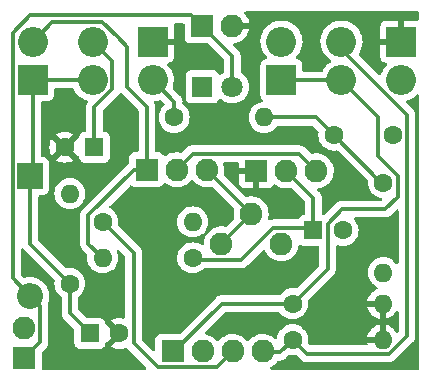
<source format=gbr>
%TF.GenerationSoftware,KiCad,Pcbnew,6.0.0+dfsg1-2*%
%TF.CreationDate,2022-01-11T21:34:28+02:00*%
%TF.ProjectId,sesenta-y-nueve,73657365-6e74-4612-9d79-2d6e75657665,rev?*%
%TF.SameCoordinates,Original*%
%TF.FileFunction,Copper,L1,Top*%
%TF.FilePolarity,Positive*%
%FSLAX46Y46*%
G04 Gerber Fmt 4.6, Leading zero omitted, Abs format (unit mm)*
G04 Created by KiCad (PCBNEW 6.0.0+dfsg1-2) date 2022-01-11 21:34:28*
%MOMM*%
%LPD*%
G01*
G04 APERTURE LIST*
%TA.AperFunction,ComponentPad*%
%ADD10R,2.540000X2.540000*%
%TD*%
%TA.AperFunction,ComponentPad*%
%ADD11O,2.540000X2.540000*%
%TD*%
%TA.AperFunction,ComponentPad*%
%ADD12R,1.930400X1.930400*%
%TD*%
%TA.AperFunction,ComponentPad*%
%ADD13O,1.930400X1.930400*%
%TD*%
%TA.AperFunction,ComponentPad*%
%ADD14C,1.600000*%
%TD*%
%TA.AperFunction,ComponentPad*%
%ADD15O,1.600000X1.600000*%
%TD*%
%TA.AperFunction,ComponentPad*%
%ADD16R,2.200000X2.200000*%
%TD*%
%TA.AperFunction,ComponentPad*%
%ADD17O,2.200000X2.200000*%
%TD*%
%TA.AperFunction,ComponentPad*%
%ADD18R,1.600000X1.600000*%
%TD*%
%TA.AperFunction,ComponentPad*%
%ADD19R,1.800000X1.800000*%
%TD*%
%TA.AperFunction,ComponentPad*%
%ADD20C,1.800000*%
%TD*%
%TA.AperFunction,ViaPad*%
%ADD21C,0.800000*%
%TD*%
%TA.AperFunction,Conductor*%
%ADD22C,0.380000*%
%TD*%
G04 APERTURE END LIST*
D10*
%TO.P,RV5,1,1*%
%TO.N,GND*%
X155150000Y-86960000D03*
D11*
%TO.P,RV5,2,2*%
%TO.N,OUT*%
X150070000Y-86960000D03*
%TO.P,RV5,3,3*%
%TO.N,Net-(C4-Pad2)*%
X144990000Y-86960000D03*
%TD*%
D12*
%TO.P,J2,1,Pin_1*%
%TO.N,+9V*%
X123200000Y-113770000D03*
D13*
%TO.P,J2,2,Pin_2*%
%TO.N,GND*%
X123200000Y-111230000D03*
%TD*%
D14*
%TO.P,R4,1*%
%TO.N,LED-*%
X129850000Y-102225000D03*
D15*
%TO.P,R4,2*%
%TO.N,Net-(D2-Pad1)*%
X137470000Y-102225000D03*
%TD*%
D10*
%TO.P,RV2,1,1*%
%TO.N,GND*%
X134100000Y-86960000D03*
D11*
%TO.P,RV2,2,2*%
%TO.N,Net-(C3-Pad1)*%
X129020000Y-86960000D03*
%TO.P,RV2,3,3*%
%TO.N,Net-(Q2-Pad1)*%
X123940000Y-86960000D03*
%TD*%
D12*
%TO.P,J1,1,Pin_1*%
%TO.N,IN*%
X135790000Y-113200000D03*
D13*
%TO.P,J1,2,Pin_2*%
%TO.N,GND*%
X138330000Y-113200000D03*
%TO.P,J1,3,Pin_3*%
%TO.N,LED-*%
X140870000Y-113200000D03*
%TO.P,J1,4,Pin_4*%
%TO.N,OUT*%
X143410000Y-113200000D03*
%TD*%
D10*
%TO.P,RV1,1,1*%
%TO.N,IN*%
X144990000Y-90230000D03*
D11*
%TO.P,RV1,2,2*%
X150070000Y-90230000D03*
%TO.P,RV1,3,3*%
%TO.N,Net-(C1-Pad2)*%
X155150000Y-90230000D03*
%TD*%
D12*
%TO.P,J3,1,Pin_1*%
%TO.N,+9V*%
X138270000Y-85630000D03*
D13*
%TO.P,J3,2,Pin_2*%
%TO.N,GND*%
X140810000Y-85630000D03*
%TD*%
D14*
%TO.P,R7,1*%
%TO.N,OUT*%
X145925000Y-112200000D03*
D15*
%TO.P,R7,2*%
%TO.N,GND*%
X153545000Y-112200000D03*
%TD*%
D16*
%TO.P,D1,1,K*%
%TO.N,VCC*%
X123710000Y-98350000D03*
D17*
%TO.P,D1,2,A*%
%TO.N,+9V*%
X123710000Y-108510000D03*
%TD*%
D14*
%TO.P,R5,1*%
%TO.N,Net-(C4-Pad1)*%
X153625000Y-98900000D03*
D15*
%TO.P,R5,2*%
%TO.N,Net-(R5-Pad2)*%
X153625000Y-106520000D03*
%TD*%
D14*
%TO.P,R2,1*%
%TO.N,Net-(Q1-Pad2)*%
X137475000Y-105275000D03*
D15*
%TO.P,R2,2*%
%TO.N,Net-(Q2-Pad1)*%
X129855000Y-105275000D03*
%TD*%
D18*
%TO.P,C3,1*%
%TO.N,Net-(C3-Pad1)*%
X129150000Y-95900000D03*
D14*
%TO.P,C3,2*%
%TO.N,GND*%
X126650000Y-95900000D03*
%TD*%
D10*
%TO.P,RV4,1,1*%
%TO.N,VCC*%
X123940000Y-90230000D03*
D11*
%TO.P,RV4,2,2*%
X129020000Y-90230000D03*
%TO.P,RV4,3,3*%
%TO.N,Net-(R6-Pad1)*%
X134100000Y-90230000D03*
%TD*%
D13*
%TO.P,RV3,1,1*%
%TO.N,Net-(Q2-Pad3)*%
X139885000Y-104075000D03*
%TO.P,RV3,2,2*%
X142425000Y-101535000D03*
%TO.P,RV3,3,3*%
%TO.N,Net-(R5-Pad2)*%
X144965000Y-104075000D03*
%TD*%
D18*
%TO.P,C1,1*%
%TO.N,Net-(Q1-Pad2)*%
X147700000Y-102950000D03*
D14*
%TO.P,C1,2*%
%TO.N,Net-(C1-Pad2)*%
X150200000Y-102950000D03*
%TD*%
D18*
%TO.P,C2,1*%
%TO.N,VCC*%
X128775000Y-111675000D03*
D14*
%TO.P,C2,2*%
%TO.N,GND*%
X131275000Y-111675000D03*
%TD*%
%TO.P,R1,1*%
%TO.N,IN*%
X145925000Y-109150000D03*
D15*
%TO.P,R1,2*%
%TO.N,GND*%
X153545000Y-109150000D03*
%TD*%
D14*
%TO.P,R3,1*%
%TO.N,VCC*%
X127075000Y-107450000D03*
D15*
%TO.P,R3,2*%
%TO.N,Net-(Q1-Pad3)*%
X127075000Y-99830000D03*
%TD*%
D12*
%TO.P,Q1,1,E*%
%TO.N,GND*%
X142860000Y-97900000D03*
D13*
%TO.P,Q1,2,B*%
%TO.N,Net-(Q1-Pad2)*%
X145400000Y-97900000D03*
%TO.P,Q1,3,C*%
%TO.N,Net-(Q1-Pad3)*%
X147940000Y-97900000D03*
%TD*%
D14*
%TO.P,C4,1*%
%TO.N,Net-(C4-Pad1)*%
X149425000Y-94875000D03*
%TO.P,C4,2*%
%TO.N,Net-(C4-Pad2)*%
X154425000Y-94875000D03*
%TD*%
%TO.P,R6,1*%
%TO.N,Net-(R6-Pad1)*%
X135910000Y-93380000D03*
D15*
%TO.P,R6,2*%
%TO.N,Net-(C4-Pad1)*%
X143530000Y-93380000D03*
%TD*%
D12*
%TO.P,Q2,1,E*%
%TO.N,Net-(Q2-Pad1)*%
X133585000Y-97800000D03*
D13*
%TO.P,Q2,2,B*%
%TO.N,Net-(Q1-Pad3)*%
X136125000Y-97800000D03*
%TO.P,Q2,3,C*%
%TO.N,Net-(Q2-Pad3)*%
X138665000Y-97800000D03*
%TD*%
D19*
%TO.P,D2,1,K*%
%TO.N,Net-(D2-Pad1)*%
X138290000Y-90790000D03*
D20*
%TO.P,D2,2,A*%
%TO.N,+9V*%
X140830000Y-90790000D03*
%TD*%
D21*
%TO.N,GND*%
X135375000Y-108625000D03*
X155050000Y-114050000D03*
%TD*%
D22*
%TO.N,Net-(Q1-Pad2)*%
X147469799Y-102719799D02*
X147700000Y-102950000D01*
X137630201Y-105430201D02*
X141604101Y-105430201D01*
X144314503Y-102719799D02*
X147469799Y-102719799D01*
X141604101Y-105430201D02*
X144314503Y-102719799D01*
X147700000Y-100500000D02*
X147700000Y-100200000D01*
X147700000Y-102950000D02*
X147700000Y-100500000D01*
X137475000Y-105275000D02*
X137630201Y-105430201D01*
X147700000Y-100200000D02*
X145400000Y-97900000D01*
%TO.N,Net-(C4-Pad1)*%
X153450000Y-98900000D02*
X149425000Y-94875000D01*
X149425000Y-94875000D02*
X147930000Y-93380000D01*
X147930000Y-93380000D02*
X143530000Y-93380000D01*
X153625000Y-98900000D02*
X153450000Y-98900000D01*
%TO.N,Net-(C3-Pad1)*%
X130680001Y-88620001D02*
X129020000Y-86960000D01*
X130680001Y-90994999D02*
X130680001Y-88620001D01*
X129150000Y-92525000D02*
X130680001Y-90994999D01*
X129150000Y-95900000D02*
X129150000Y-92525000D01*
%TO.N,VCC*%
X123710000Y-104085000D02*
X123710000Y-98350000D01*
X123940000Y-90230000D02*
X129020000Y-90230000D01*
X127075000Y-109975000D02*
X127075000Y-107450000D01*
X123710000Y-98350000D02*
X123940000Y-98120000D01*
X128775000Y-111675000D02*
X127075000Y-109975000D01*
X127075000Y-107450000D02*
X123710000Y-104085000D01*
X123940000Y-98120000D02*
X123940000Y-90230000D01*
%TO.N,+9V*%
X124555201Y-109355201D02*
X123710000Y-108510000D01*
X123710000Y-108510000D02*
X122219990Y-107019990D01*
X122219990Y-107019990D02*
X122219990Y-86223208D01*
X124555201Y-112414799D02*
X124555201Y-109355201D01*
X123200000Y-113770000D02*
X124555201Y-112414799D01*
X138270000Y-85630000D02*
X140830000Y-88190000D01*
X122219990Y-86223208D02*
X123723209Y-84719989D01*
X123723209Y-84719989D02*
X137359989Y-84719989D01*
X137359989Y-84719989D02*
X138270000Y-85630000D01*
X140830000Y-88190000D02*
X140830000Y-90790000D01*
%TO.N,OUT*%
X144855000Y-113270000D02*
X145925000Y-112200000D01*
X147115001Y-113390001D02*
X154116201Y-113390001D01*
X143420000Y-113270000D02*
X144855000Y-113270000D01*
X155615001Y-111891201D02*
X155615001Y-93151803D01*
X154116201Y-113390001D02*
X155615001Y-111891201D01*
X155615001Y-93151803D02*
X150070000Y-87606802D01*
X145925000Y-112200000D02*
X147115001Y-113390001D01*
X150070000Y-87606802D02*
X150070000Y-86960000D01*
%TO.N,LED-*%
X132465001Y-104840001D02*
X132465001Y-110815001D01*
X132465001Y-112507403D02*
X132465001Y-110815001D01*
X140870000Y-113200000D02*
X139514799Y-114555201D01*
X134512799Y-114555201D02*
X132465001Y-112507403D01*
X139514799Y-114555201D02*
X134512799Y-114555201D01*
X129850000Y-102225000D02*
X132465001Y-104840001D01*
%TO.N,IN*%
X153175000Y-93335000D02*
X153175000Y-96688798D01*
X139920000Y-109150000D02*
X135800000Y-113270000D01*
X154815001Y-98328799D02*
X154815001Y-100096201D01*
X145925000Y-109150000D02*
X139920000Y-109150000D01*
X150131899Y-101143101D02*
X148890001Y-102384999D01*
X153175000Y-96688798D02*
X154815001Y-98328799D01*
X145925000Y-109150000D02*
X148890001Y-106184999D01*
X154815001Y-100096201D02*
X153768101Y-101143101D01*
X148890001Y-106184999D02*
X148890001Y-104290001D01*
X153768101Y-101143101D02*
X150131899Y-101143101D01*
X148890001Y-102384999D02*
X148890001Y-104290001D01*
X144990000Y-90230000D02*
X150070000Y-90230000D01*
X153175000Y-93335000D02*
X150070000Y-90230000D01*
%TO.N,Net-(Q1-Pad3)*%
X147940000Y-97900000D02*
X146484799Y-96444799D01*
X137480201Y-96444799D02*
X136125000Y-97800000D01*
X146484799Y-96444799D02*
X137480201Y-96444799D01*
%TO.N,Net-(Q2-Pad3)*%
X139885000Y-104075000D02*
X142425000Y-101535000D01*
X142425000Y-101535000D02*
X142400000Y-101535000D01*
X142400000Y-101535000D02*
X138665000Y-97800000D01*
%TO.N,Net-(Q2-Pad1)*%
X133585000Y-97800000D02*
X133585000Y-92485000D01*
X131900000Y-90800000D02*
X131900000Y-87383198D01*
X132513798Y-97800000D02*
X133585000Y-97800000D01*
X123940000Y-86960000D02*
X125600001Y-85299999D01*
X129855000Y-105275000D02*
X128650000Y-104070000D01*
X128650000Y-101663798D02*
X132513798Y-97800000D01*
X129816801Y-85299999D02*
X131108401Y-86591599D01*
X128650000Y-104070000D02*
X128650000Y-101663798D01*
X131900000Y-87383198D02*
X131108401Y-86591599D01*
X133585000Y-92485000D02*
X131900000Y-90800000D01*
X125600001Y-85299999D02*
X129816801Y-85299999D01*
%TO.N,Net-(R6-Pad1)*%
X135910000Y-92040000D02*
X134100000Y-90230000D01*
X135910000Y-93380000D02*
X135910000Y-92040000D01*
%TD*%
%TA.AperFunction,Conductor*%
%TO.N,GND*%
G36*
X127369031Y-90948502D02*
G01*
X127411902Y-90994862D01*
X127459553Y-91083544D01*
X127515822Y-91188267D01*
X127518617Y-91192011D01*
X127518619Y-91192013D01*
X127643687Y-91359499D01*
X127673985Y-91400073D01*
X127677292Y-91403351D01*
X127677297Y-91403357D01*
X127792862Y-91517917D01*
X127861718Y-91586174D01*
X127865485Y-91588936D01*
X127865486Y-91588937D01*
X127928455Y-91635108D01*
X128074896Y-91742483D01*
X128079031Y-91744659D01*
X128079035Y-91744661D01*
X128138544Y-91775970D01*
X128308836Y-91865565D01*
X128328672Y-91872492D01*
X128511940Y-91936492D01*
X128569658Y-91977834D01*
X128595861Y-92043818D01*
X128582232Y-92113494D01*
X128569557Y-92133187D01*
X128548140Y-92160501D01*
X128545015Y-92167423D01*
X128543134Y-92170528D01*
X128535973Y-92183083D01*
X128534258Y-92186281D01*
X128529888Y-92192499D01*
X128507011Y-92251176D01*
X128504474Y-92257211D01*
X128478568Y-92314586D01*
X128477184Y-92322054D01*
X128476094Y-92325532D01*
X128472138Y-92339419D01*
X128471233Y-92342942D01*
X128468476Y-92350014D01*
X128465094Y-92375707D01*
X128460262Y-92412408D01*
X128459233Y-92418909D01*
X128447758Y-92480819D01*
X128448195Y-92488399D01*
X128448195Y-92488400D01*
X128451291Y-92542086D01*
X128451500Y-92549340D01*
X128451500Y-94465500D01*
X128431498Y-94533621D01*
X128377842Y-94580114D01*
X128325500Y-94591500D01*
X128301866Y-94591500D01*
X128239684Y-94598255D01*
X128103295Y-94649385D01*
X127986739Y-94736739D01*
X127899385Y-94853295D01*
X127848255Y-94989684D01*
X127841500Y-95051866D01*
X127841500Y-95055185D01*
X127817847Y-95122110D01*
X127771844Y-95157804D01*
X127772859Y-95159734D01*
X127762000Y-95165442D01*
X127761755Y-95165632D01*
X127761597Y-95165653D01*
X127723566Y-95185644D01*
X127022022Y-95887188D01*
X127014408Y-95901132D01*
X127014539Y-95902965D01*
X127018790Y-95909580D01*
X127724287Y-96615077D01*
X127766029Y-96637871D01*
X127776029Y-96640047D01*
X127826227Y-96690253D01*
X127841451Y-96743814D01*
X127841500Y-96744717D01*
X127841500Y-96748134D01*
X127848255Y-96810316D01*
X127899385Y-96946705D01*
X127986739Y-97063261D01*
X128103295Y-97150615D01*
X128239684Y-97201745D01*
X128301866Y-97208500D01*
X129998134Y-97208500D01*
X130060316Y-97201745D01*
X130196705Y-97150615D01*
X130313261Y-97063261D01*
X130400615Y-96946705D01*
X130451745Y-96810316D01*
X130458500Y-96748134D01*
X130458500Y-95051866D01*
X130451745Y-94989684D01*
X130400615Y-94853295D01*
X130313261Y-94736739D01*
X130196705Y-94649385D01*
X130060316Y-94598255D01*
X129998134Y-94591500D01*
X129974500Y-94591500D01*
X129906379Y-94571498D01*
X129859886Y-94517842D01*
X129848500Y-94465500D01*
X129848500Y-92866519D01*
X129868502Y-92798398D01*
X129885405Y-92777424D01*
X131153709Y-91509120D01*
X131159974Y-91503266D01*
X131197179Y-91470810D01*
X131197180Y-91470809D01*
X131202900Y-91465819D01*
X131239099Y-91414314D01*
X131243011Y-91409047D01*
X131277559Y-91364986D01*
X131335332Y-91323721D01*
X131406243Y-91320241D01*
X131465808Y-91353637D01*
X132849595Y-92737423D01*
X132883620Y-92799735D01*
X132886500Y-92826518D01*
X132886500Y-96200300D01*
X132866498Y-96268421D01*
X132812842Y-96314914D01*
X132760500Y-96326300D01*
X132571666Y-96326300D01*
X132509484Y-96333055D01*
X132373095Y-96384185D01*
X132256539Y-96471539D01*
X132169185Y-96588095D01*
X132118055Y-96724484D01*
X132111300Y-96786666D01*
X132111300Y-97162732D01*
X132091298Y-97230853D01*
X132060348Y-97262774D01*
X132060436Y-97262874D01*
X132059165Y-97263995D01*
X132056665Y-97266573D01*
X132048479Y-97272199D01*
X132043429Y-97277867D01*
X132043428Y-97277868D01*
X132007640Y-97318036D01*
X132002658Y-97323312D01*
X128176300Y-101149670D01*
X128170035Y-101155524D01*
X128127101Y-101192978D01*
X128122731Y-101199196D01*
X128090908Y-101244476D01*
X128086976Y-101249770D01*
X128048140Y-101299299D01*
X128045015Y-101306221D01*
X128043134Y-101309326D01*
X128035973Y-101321881D01*
X128034258Y-101325079D01*
X128029888Y-101331297D01*
X128007011Y-101389974D01*
X128004474Y-101396009D01*
X127978568Y-101453384D01*
X127977184Y-101460852D01*
X127976094Y-101464330D01*
X127972138Y-101478217D01*
X127971233Y-101481740D01*
X127968476Y-101488812D01*
X127964963Y-101515500D01*
X127960262Y-101551206D01*
X127959233Y-101557707D01*
X127947758Y-101619617D01*
X127948195Y-101627197D01*
X127948195Y-101627198D01*
X127951291Y-101680884D01*
X127951500Y-101688138D01*
X127951500Y-104041441D01*
X127951208Y-104050010D01*
X127948651Y-104087523D01*
X127947335Y-104106825D01*
X127948640Y-104114302D01*
X127948640Y-104114304D01*
X127958158Y-104168838D01*
X127959120Y-104175360D01*
X127966681Y-104237839D01*
X127969366Y-104244945D01*
X127970235Y-104248482D01*
X127974045Y-104262408D01*
X127975094Y-104265883D01*
X127976401Y-104273372D01*
X127990137Y-104304664D01*
X128001703Y-104331012D01*
X128004195Y-104337118D01*
X128022100Y-104384500D01*
X128026441Y-104395989D01*
X128030744Y-104402250D01*
X128032428Y-104405471D01*
X128039470Y-104418123D01*
X128041305Y-104421226D01*
X128044356Y-104428176D01*
X128048978Y-104434199D01*
X128048980Y-104434203D01*
X128082672Y-104478112D01*
X128086549Y-104483448D01*
X128117896Y-104529059D01*
X128117899Y-104529063D01*
X128122199Y-104535319D01*
X128127867Y-104540369D01*
X128127868Y-104540370D01*
X128168027Y-104576150D01*
X128173303Y-104581132D01*
X128527126Y-104934955D01*
X128561152Y-104997267D01*
X128562090Y-105044552D01*
X128561457Y-105046913D01*
X128541502Y-105275000D01*
X128561457Y-105503087D01*
X128562881Y-105508400D01*
X128562881Y-105508402D01*
X128608918Y-105680211D01*
X128620716Y-105724243D01*
X128623039Y-105729224D01*
X128623039Y-105729225D01*
X128715151Y-105926762D01*
X128715154Y-105926767D01*
X128717477Y-105931749D01*
X128763537Y-105997529D01*
X128844755Y-106113520D01*
X128848802Y-106119300D01*
X129010700Y-106281198D01*
X129015208Y-106284355D01*
X129015211Y-106284357D01*
X129093389Y-106339098D01*
X129198251Y-106412523D01*
X129203233Y-106414846D01*
X129203238Y-106414849D01*
X129400775Y-106506961D01*
X129405757Y-106509284D01*
X129411065Y-106510706D01*
X129411067Y-106510707D01*
X129621598Y-106567119D01*
X129621600Y-106567119D01*
X129626913Y-106568543D01*
X129855000Y-106588498D01*
X130083087Y-106568543D01*
X130088400Y-106567119D01*
X130088402Y-106567119D01*
X130298933Y-106510707D01*
X130298935Y-106510706D01*
X130304243Y-106509284D01*
X130309225Y-106506961D01*
X130506762Y-106414849D01*
X130506767Y-106414846D01*
X130511749Y-106412523D01*
X130616611Y-106339098D01*
X130694789Y-106284357D01*
X130694792Y-106284355D01*
X130699300Y-106281198D01*
X130861198Y-106119300D01*
X130865246Y-106113520D01*
X130946463Y-105997529D01*
X130992523Y-105931749D01*
X130994846Y-105926767D01*
X130994849Y-105926762D01*
X131086961Y-105729225D01*
X131086961Y-105729224D01*
X131089284Y-105724243D01*
X131101083Y-105680211D01*
X131147119Y-105508402D01*
X131147119Y-105508400D01*
X131148543Y-105503087D01*
X131168498Y-105275000D01*
X131148543Y-105046913D01*
X131135240Y-104997267D01*
X131090707Y-104831067D01*
X131090706Y-104831065D01*
X131089284Y-104825757D01*
X131086959Y-104820770D01*
X131064811Y-104773273D01*
X131054150Y-104703082D01*
X131083130Y-104638269D01*
X131142550Y-104599413D01*
X131213545Y-104598850D01*
X131268101Y-104630929D01*
X131729596Y-105092424D01*
X131763622Y-105154736D01*
X131766501Y-105181519D01*
X131766501Y-110288349D01*
X131746499Y-110356470D01*
X131692843Y-110402963D01*
X131622569Y-110413067D01*
X131607890Y-110410056D01*
X131508313Y-110383375D01*
X131497519Y-110381472D01*
X131280475Y-110362483D01*
X131269525Y-110362483D01*
X131052481Y-110381472D01*
X131041688Y-110383375D01*
X130831239Y-110439764D01*
X130820947Y-110443510D01*
X130623489Y-110535586D01*
X130613994Y-110541069D01*
X130561952Y-110577509D01*
X130553576Y-110587988D01*
X130560644Y-110601434D01*
X131545115Y-111585905D01*
X131579141Y-111648217D01*
X131574076Y-111719032D01*
X131545115Y-111764095D01*
X130559923Y-112749287D01*
X130553493Y-112761062D01*
X130562789Y-112773077D01*
X130613994Y-112808931D01*
X130623489Y-112814414D01*
X130820947Y-112906490D01*
X130831239Y-112910236D01*
X131041688Y-112966625D01*
X131052481Y-112968528D01*
X131269525Y-112987517D01*
X131280475Y-112987517D01*
X131497519Y-112968528D01*
X131508312Y-112966625D01*
X131718761Y-112910236D01*
X131729053Y-112906490D01*
X131755537Y-112894140D01*
X131825728Y-112883479D01*
X131890541Y-112912459D01*
X131912627Y-112936969D01*
X131932894Y-112966459D01*
X131932901Y-112966467D01*
X131937200Y-112972722D01*
X131942868Y-112977772D01*
X131942869Y-112977773D01*
X131983028Y-113013553D01*
X131988304Y-113018535D01*
X132845414Y-113875644D01*
X133496675Y-114526905D01*
X133530700Y-114589217D01*
X133525636Y-114660032D01*
X133483089Y-114716868D01*
X133416569Y-114741679D01*
X133407580Y-114742000D01*
X124799700Y-114742000D01*
X124731579Y-114721998D01*
X124685086Y-114668342D01*
X124673700Y-114616000D01*
X124673700Y-113336318D01*
X124693702Y-113268197D01*
X124710605Y-113247223D01*
X125028901Y-112928927D01*
X125035166Y-112923073D01*
X125072375Y-112890613D01*
X125078100Y-112885619D01*
X125114295Y-112834118D01*
X125118227Y-112828824D01*
X125152374Y-112785275D01*
X125157061Y-112779298D01*
X125160186Y-112772376D01*
X125162067Y-112769271D01*
X125169228Y-112756716D01*
X125170943Y-112753518D01*
X125175313Y-112747300D01*
X125198190Y-112688623D01*
X125200730Y-112682581D01*
X125205734Y-112671499D01*
X125226633Y-112625213D01*
X125228017Y-112617745D01*
X125229107Y-112614267D01*
X125233063Y-112600380D01*
X125233968Y-112596857D01*
X125236725Y-112589785D01*
X125244940Y-112527382D01*
X125245971Y-112520874D01*
X125246186Y-112519717D01*
X125257443Y-112458980D01*
X125253910Y-112397706D01*
X125253701Y-112390454D01*
X125253701Y-109383772D01*
X125253993Y-109375202D01*
X125257351Y-109325952D01*
X125257351Y-109325948D01*
X125257867Y-109318376D01*
X125247040Y-109256343D01*
X125246079Y-109249827D01*
X125239433Y-109194907D01*
X125238520Y-109187362D01*
X125235833Y-109180253D01*
X125234964Y-109176713D01*
X125231154Y-109162786D01*
X125230106Y-109159315D01*
X125228800Y-109151830D01*
X125225747Y-109144876D01*
X125223551Y-109137600D01*
X125226265Y-109136781D01*
X125218892Y-109079485D01*
X125226921Y-109051045D01*
X125242609Y-109013170D01*
X125242611Y-109013162D01*
X125244505Y-109008591D01*
X125266733Y-108916002D01*
X125302454Y-108767216D01*
X125302455Y-108767210D01*
X125303609Y-108762403D01*
X125323474Y-108510000D01*
X125303609Y-108257597D01*
X125277318Y-108148084D01*
X125245660Y-108016221D01*
X125244505Y-108011409D01*
X125242611Y-108006836D01*
X125149511Y-107782072D01*
X125149509Y-107782068D01*
X125147616Y-107777498D01*
X125015328Y-107561624D01*
X124850898Y-107369102D01*
X124658376Y-107204672D01*
X124442502Y-107072384D01*
X124437932Y-107070491D01*
X124437928Y-107070489D01*
X124213164Y-106977389D01*
X124213162Y-106977388D01*
X124208591Y-106975495D01*
X124123968Y-106955179D01*
X123967216Y-106917546D01*
X123967210Y-106917545D01*
X123962403Y-106916391D01*
X123710000Y-106896526D01*
X123457597Y-106916391D01*
X123452790Y-106917545D01*
X123452784Y-106917546D01*
X123241245Y-106968332D01*
X123170337Y-106964785D01*
X123122736Y-106934908D01*
X122955395Y-106767567D01*
X122921369Y-106705255D01*
X122918490Y-106678472D01*
X122918490Y-104572406D01*
X122938492Y-104504285D01*
X122992148Y-104457792D01*
X123062422Y-104447688D01*
X123127002Y-104477182D01*
X123148330Y-104501040D01*
X123177893Y-104544056D01*
X123177900Y-104544064D01*
X123182199Y-104550319D01*
X123187867Y-104555369D01*
X123187868Y-104555370D01*
X123228027Y-104591150D01*
X123233303Y-104596132D01*
X124505410Y-105868238D01*
X125747127Y-107109955D01*
X125781152Y-107172267D01*
X125782089Y-107219556D01*
X125781457Y-107221913D01*
X125761502Y-107450000D01*
X125781457Y-107678087D01*
X125782881Y-107683400D01*
X125782881Y-107683402D01*
X125837056Y-107885582D01*
X125840716Y-107899243D01*
X125843039Y-107904224D01*
X125843039Y-107904225D01*
X125935151Y-108101762D01*
X125935154Y-108101767D01*
X125937477Y-108106749D01*
X126068802Y-108294300D01*
X126230700Y-108456198D01*
X126235209Y-108459355D01*
X126235211Y-108459357D01*
X126263913Y-108479454D01*
X126314578Y-108514930D01*
X126322771Y-108520667D01*
X126367099Y-108576124D01*
X126376500Y-108623880D01*
X126376500Y-109946441D01*
X126376208Y-109955010D01*
X126373530Y-109994300D01*
X126372335Y-110011825D01*
X126373640Y-110019302D01*
X126373640Y-110019304D01*
X126383158Y-110073838D01*
X126384120Y-110080360D01*
X126391681Y-110142839D01*
X126394366Y-110149945D01*
X126395235Y-110153482D01*
X126399045Y-110167408D01*
X126400094Y-110170883D01*
X126401401Y-110178372D01*
X126404456Y-110185331D01*
X126426703Y-110236012D01*
X126429195Y-110242118D01*
X126448756Y-110293885D01*
X126448758Y-110293889D01*
X126451441Y-110300989D01*
X126455743Y-110307249D01*
X126457428Y-110310471D01*
X126464470Y-110323123D01*
X126466305Y-110326226D01*
X126469356Y-110333176D01*
X126473978Y-110339199D01*
X126473980Y-110339203D01*
X126507672Y-110383112D01*
X126511549Y-110388448D01*
X126542896Y-110434059D01*
X126542899Y-110434063D01*
X126547199Y-110440319D01*
X126552867Y-110445369D01*
X126552868Y-110445370D01*
X126593018Y-110481142D01*
X126598294Y-110486123D01*
X127030778Y-110918606D01*
X127429595Y-111317423D01*
X127463620Y-111379736D01*
X127466500Y-111406519D01*
X127466500Y-112523134D01*
X127473255Y-112585316D01*
X127524385Y-112721705D01*
X127611739Y-112838261D01*
X127728295Y-112925615D01*
X127864684Y-112976745D01*
X127926866Y-112983500D01*
X129623134Y-112983500D01*
X129685316Y-112976745D01*
X129821705Y-112925615D01*
X129938261Y-112838261D01*
X130025615Y-112721705D01*
X130076745Y-112585316D01*
X130083500Y-112523134D01*
X130083500Y-112519815D01*
X130107153Y-112452890D01*
X130153156Y-112417196D01*
X130152141Y-112415266D01*
X130163000Y-112409558D01*
X130163245Y-112409368D01*
X130163403Y-112409347D01*
X130201434Y-112389356D01*
X130902978Y-111687812D01*
X130910592Y-111673868D01*
X130910461Y-111672035D01*
X130906210Y-111665420D01*
X130200713Y-110959923D01*
X130158971Y-110937129D01*
X130148971Y-110934953D01*
X130098773Y-110884747D01*
X130083549Y-110831186D01*
X130083500Y-110830281D01*
X130083500Y-110826866D01*
X130076745Y-110764684D01*
X130025615Y-110628295D01*
X129938261Y-110511739D01*
X129821705Y-110424385D01*
X129685316Y-110373255D01*
X129623134Y-110366500D01*
X128506520Y-110366500D01*
X128438399Y-110346498D01*
X128417425Y-110329596D01*
X127810405Y-109722577D01*
X127776380Y-109660264D01*
X127773500Y-109633481D01*
X127773500Y-108623880D01*
X127793502Y-108555759D01*
X127827229Y-108520667D01*
X127835423Y-108514930D01*
X127886087Y-108479454D01*
X127914789Y-108459357D01*
X127914791Y-108459355D01*
X127919300Y-108456198D01*
X128081198Y-108294300D01*
X128212523Y-108106749D01*
X128214846Y-108101767D01*
X128214849Y-108101762D01*
X128306961Y-107904225D01*
X128306961Y-107904224D01*
X128309284Y-107899243D01*
X128312945Y-107885582D01*
X128367119Y-107683402D01*
X128367119Y-107683400D01*
X128368543Y-107678087D01*
X128388498Y-107450000D01*
X128368543Y-107221913D01*
X128363923Y-107204672D01*
X128310707Y-107006067D01*
X128310706Y-107006065D01*
X128309284Y-107000757D01*
X128304072Y-106989579D01*
X128214849Y-106798238D01*
X128214846Y-106798233D01*
X128212523Y-106793251D01*
X128081198Y-106605700D01*
X127919300Y-106443802D01*
X127914792Y-106440645D01*
X127914789Y-106440643D01*
X127788846Y-106352457D01*
X127731749Y-106312477D01*
X127726767Y-106310154D01*
X127726762Y-106310151D01*
X127529225Y-106218039D01*
X127529224Y-106218039D01*
X127524243Y-106215716D01*
X127518935Y-106214294D01*
X127518933Y-106214293D01*
X127308402Y-106157881D01*
X127308400Y-106157881D01*
X127303087Y-106156457D01*
X127075000Y-106136502D01*
X126846913Y-106156457D01*
X126844890Y-106156999D01*
X126775381Y-106149253D01*
X126734955Y-106122127D01*
X124445405Y-103832577D01*
X124411379Y-103770265D01*
X124408500Y-103743482D01*
X124408500Y-100084500D01*
X124428502Y-100016379D01*
X124482158Y-99969886D01*
X124534500Y-99958500D01*
X124858134Y-99958500D01*
X124920316Y-99951745D01*
X125056705Y-99900615D01*
X125150926Y-99830000D01*
X125761502Y-99830000D01*
X125781457Y-100058087D01*
X125782881Y-100063400D01*
X125782881Y-100063402D01*
X125823100Y-100213498D01*
X125840716Y-100279243D01*
X125843039Y-100284224D01*
X125843039Y-100284225D01*
X125935151Y-100481762D01*
X125935154Y-100481767D01*
X125937477Y-100486749D01*
X126001218Y-100577780D01*
X126061467Y-100663824D01*
X126068802Y-100674300D01*
X126230700Y-100836198D01*
X126235208Y-100839355D01*
X126235211Y-100839357D01*
X126274952Y-100867184D01*
X126418251Y-100967523D01*
X126423233Y-100969846D01*
X126423238Y-100969849D01*
X126620775Y-101061961D01*
X126625757Y-101064284D01*
X126631065Y-101065706D01*
X126631067Y-101065707D01*
X126841598Y-101122119D01*
X126841600Y-101122119D01*
X126846913Y-101123543D01*
X127075000Y-101143498D01*
X127303087Y-101123543D01*
X127308400Y-101122119D01*
X127308402Y-101122119D01*
X127518933Y-101065707D01*
X127518935Y-101065706D01*
X127524243Y-101064284D01*
X127529225Y-101061961D01*
X127726762Y-100969849D01*
X127726767Y-100969846D01*
X127731749Y-100967523D01*
X127875048Y-100867184D01*
X127914789Y-100839357D01*
X127914792Y-100839355D01*
X127919300Y-100836198D01*
X128081198Y-100674300D01*
X128088534Y-100663824D01*
X128148782Y-100577780D01*
X128212523Y-100486749D01*
X128214846Y-100481767D01*
X128214849Y-100481762D01*
X128306961Y-100284225D01*
X128306961Y-100284224D01*
X128309284Y-100279243D01*
X128326901Y-100213498D01*
X128367119Y-100063402D01*
X128367119Y-100063400D01*
X128368543Y-100058087D01*
X128388498Y-99830000D01*
X128368543Y-99601913D01*
X128355105Y-99551762D01*
X128310707Y-99386067D01*
X128310706Y-99386065D01*
X128309284Y-99380757D01*
X128305118Y-99371823D01*
X128214849Y-99178238D01*
X128214846Y-99178233D01*
X128212523Y-99173251D01*
X128104579Y-99019091D01*
X128084357Y-98990211D01*
X128084355Y-98990208D01*
X128081198Y-98985700D01*
X127919300Y-98823802D01*
X127914792Y-98820645D01*
X127914789Y-98820643D01*
X127745776Y-98702299D01*
X127731749Y-98692477D01*
X127726767Y-98690154D01*
X127726762Y-98690151D01*
X127529225Y-98598039D01*
X127529224Y-98598039D01*
X127524243Y-98595716D01*
X127518935Y-98594294D01*
X127518933Y-98594293D01*
X127308402Y-98537881D01*
X127308400Y-98537881D01*
X127303087Y-98536457D01*
X127075000Y-98516502D01*
X126846913Y-98536457D01*
X126841600Y-98537881D01*
X126841598Y-98537881D01*
X126631067Y-98594293D01*
X126631065Y-98594294D01*
X126625757Y-98595716D01*
X126620776Y-98598039D01*
X126620775Y-98598039D01*
X126423238Y-98690151D01*
X126423233Y-98690154D01*
X126418251Y-98692477D01*
X126404224Y-98702299D01*
X126235211Y-98820643D01*
X126235208Y-98820645D01*
X126230700Y-98823802D01*
X126068802Y-98985700D01*
X126065645Y-98990208D01*
X126065643Y-98990211D01*
X126045421Y-99019091D01*
X125937477Y-99173251D01*
X125935154Y-99178233D01*
X125935151Y-99178238D01*
X125844882Y-99371823D01*
X125840716Y-99380757D01*
X125839294Y-99386065D01*
X125839293Y-99386067D01*
X125794895Y-99551762D01*
X125781457Y-99601913D01*
X125761502Y-99830000D01*
X125150926Y-99830000D01*
X125173261Y-99813261D01*
X125260615Y-99696705D01*
X125311745Y-99560316D01*
X125318500Y-99498134D01*
X125318500Y-97201866D01*
X125311745Y-97139684D01*
X125260615Y-97003295D01*
X125247700Y-96986062D01*
X125928493Y-96986062D01*
X125937789Y-96998077D01*
X125988994Y-97033931D01*
X125998489Y-97039414D01*
X126195947Y-97131490D01*
X126206239Y-97135236D01*
X126416688Y-97191625D01*
X126427481Y-97193528D01*
X126644525Y-97212517D01*
X126655475Y-97212517D01*
X126872519Y-97193528D01*
X126883312Y-97191625D01*
X127093761Y-97135236D01*
X127104053Y-97131490D01*
X127301511Y-97039414D01*
X127311006Y-97033931D01*
X127363048Y-96997491D01*
X127371424Y-96987012D01*
X127364356Y-96973566D01*
X126662812Y-96272022D01*
X126648868Y-96264408D01*
X126647035Y-96264539D01*
X126640420Y-96268790D01*
X125934923Y-96974287D01*
X125928493Y-96986062D01*
X125247700Y-96986062D01*
X125173261Y-96886739D01*
X125056705Y-96799385D01*
X124920316Y-96748255D01*
X124858134Y-96741500D01*
X124764500Y-96741500D01*
X124696379Y-96721498D01*
X124649886Y-96667842D01*
X124638500Y-96615500D01*
X124638500Y-95905475D01*
X125337483Y-95905475D01*
X125356472Y-96122519D01*
X125358375Y-96133312D01*
X125414764Y-96343761D01*
X125418510Y-96354053D01*
X125510586Y-96551511D01*
X125516069Y-96561006D01*
X125552509Y-96613048D01*
X125562988Y-96621424D01*
X125576434Y-96614356D01*
X126277978Y-95912812D01*
X126285592Y-95898868D01*
X126285461Y-95897035D01*
X126281210Y-95890420D01*
X125575713Y-95184923D01*
X125563938Y-95178493D01*
X125551923Y-95187789D01*
X125516069Y-95238994D01*
X125510586Y-95248489D01*
X125418510Y-95445947D01*
X125414764Y-95456239D01*
X125358375Y-95666688D01*
X125356472Y-95677481D01*
X125337483Y-95894525D01*
X125337483Y-95905475D01*
X124638500Y-95905475D01*
X124638500Y-94812988D01*
X125928576Y-94812988D01*
X125935644Y-94826434D01*
X126637188Y-95527978D01*
X126651132Y-95535592D01*
X126652965Y-95535461D01*
X126659580Y-95531210D01*
X127365077Y-94825713D01*
X127371507Y-94813938D01*
X127362211Y-94801923D01*
X127311006Y-94766069D01*
X127301511Y-94760586D01*
X127104053Y-94668510D01*
X127093761Y-94664764D01*
X126883312Y-94608375D01*
X126872519Y-94606472D01*
X126655475Y-94587483D01*
X126644525Y-94587483D01*
X126427481Y-94606472D01*
X126416688Y-94608375D01*
X126206239Y-94664764D01*
X126195947Y-94668510D01*
X125998489Y-94760586D01*
X125988994Y-94766069D01*
X125936952Y-94802509D01*
X125928576Y-94812988D01*
X124638500Y-94812988D01*
X124638500Y-92134500D01*
X124658502Y-92066379D01*
X124712158Y-92019886D01*
X124764500Y-92008500D01*
X125258134Y-92008500D01*
X125320316Y-92001745D01*
X125456705Y-91950615D01*
X125573261Y-91863261D01*
X125660615Y-91746705D01*
X125711745Y-91610316D01*
X125718500Y-91548134D01*
X125718500Y-91054500D01*
X125738502Y-90986379D01*
X125792158Y-90939886D01*
X125844500Y-90928500D01*
X127300910Y-90928500D01*
X127369031Y-90948502D01*
G37*
%TD.AperFunction*%
%TA.AperFunction,Conductor*%
G36*
X156552216Y-91440287D02*
G01*
X156611713Y-91479025D01*
X156640822Y-91543780D01*
X156642000Y-91560970D01*
X156642000Y-114616000D01*
X156621998Y-114684121D01*
X156568342Y-114730614D01*
X156516000Y-114742000D01*
X144155947Y-114742000D01*
X144087826Y-114721998D01*
X144041333Y-114668342D01*
X144031229Y-114598068D01*
X144060723Y-114533488D01*
X144100513Y-114502850D01*
X144167184Y-114470188D01*
X144171394Y-114467185D01*
X144171399Y-114467182D01*
X144360259Y-114332469D01*
X144360264Y-114332465D01*
X144364471Y-114329464D01*
X144536126Y-114158408D01*
X144576444Y-114102299D01*
X144634882Y-114020974D01*
X144690877Y-113977326D01*
X144737205Y-113968500D01*
X144826441Y-113968500D01*
X144835010Y-113968792D01*
X144884249Y-113972149D01*
X144884253Y-113972149D01*
X144891825Y-113972665D01*
X144899302Y-113971360D01*
X144899304Y-113971360D01*
X144937940Y-113964617D01*
X144953842Y-113961841D01*
X144960360Y-113960880D01*
X145022839Y-113953319D01*
X145029945Y-113950634D01*
X145033482Y-113949765D01*
X145047408Y-113945955D01*
X145050883Y-113944906D01*
X145058372Y-113943599D01*
X145116012Y-113918297D01*
X145122118Y-113915805D01*
X145173885Y-113896244D01*
X145173889Y-113896242D01*
X145180989Y-113893559D01*
X145187249Y-113889257D01*
X145190471Y-113887572D01*
X145203123Y-113880530D01*
X145206226Y-113878695D01*
X145213176Y-113875644D01*
X145219199Y-113871022D01*
X145219203Y-113871020D01*
X145263112Y-113837328D01*
X145268448Y-113833451D01*
X145314059Y-113802104D01*
X145314063Y-113802101D01*
X145320319Y-113797801D01*
X145361142Y-113751982D01*
X145366124Y-113746706D01*
X145584956Y-113527874D01*
X145647268Y-113493848D01*
X145694555Y-113492911D01*
X145696913Y-113493543D01*
X145702380Y-113494021D01*
X145702384Y-113494022D01*
X145919525Y-113513019D01*
X145925000Y-113513498D01*
X146153087Y-113493543D01*
X146155110Y-113493001D01*
X146224619Y-113500747D01*
X146265045Y-113527873D01*
X146600873Y-113863701D01*
X146606727Y-113869966D01*
X146644181Y-113912900D01*
X146657279Y-113922105D01*
X146695679Y-113949093D01*
X146700973Y-113953025D01*
X146750502Y-113991861D01*
X146757424Y-113994986D01*
X146760529Y-113996867D01*
X146773084Y-114004028D01*
X146776282Y-114005743D01*
X146782500Y-114010113D01*
X146789579Y-114012873D01*
X146789581Y-114012874D01*
X146791341Y-114013560D01*
X146841149Y-114032979D01*
X146847218Y-114035529D01*
X146904588Y-114061433D01*
X146912058Y-114062817D01*
X146915519Y-114063902D01*
X146929436Y-114067867D01*
X146932941Y-114068767D01*
X146940015Y-114071525D01*
X146947544Y-114072516D01*
X146947547Y-114072517D01*
X146990794Y-114078210D01*
X147002413Y-114079740D01*
X147008911Y-114080768D01*
X147070820Y-114092243D01*
X147078400Y-114091806D01*
X147078401Y-114091806D01*
X147132093Y-114088710D01*
X147139346Y-114088501D01*
X154087642Y-114088501D01*
X154096211Y-114088793D01*
X154145450Y-114092150D01*
X154145454Y-114092150D01*
X154153026Y-114092666D01*
X154160503Y-114091361D01*
X154160505Y-114091361D01*
X154199141Y-114084618D01*
X154215043Y-114081842D01*
X154221561Y-114080881D01*
X154284040Y-114073320D01*
X154291146Y-114070635D01*
X154294683Y-114069766D01*
X154308609Y-114065956D01*
X154312084Y-114064907D01*
X154319573Y-114063600D01*
X154377213Y-114038298D01*
X154383319Y-114035806D01*
X154435086Y-114016245D01*
X154435090Y-114016243D01*
X154442190Y-114013560D01*
X154448450Y-114009258D01*
X154451672Y-114007573D01*
X154464324Y-114000531D01*
X154467427Y-113998696D01*
X154474377Y-113995645D01*
X154480400Y-113991023D01*
X154480404Y-113991021D01*
X154524313Y-113957329D01*
X154529649Y-113953452D01*
X154575260Y-113922105D01*
X154575264Y-113922102D01*
X154581520Y-113917802D01*
X154622351Y-113871974D01*
X154627333Y-113866698D01*
X156088709Y-112405322D01*
X156094974Y-112399468D01*
X156132179Y-112367012D01*
X156132180Y-112367011D01*
X156137900Y-112362021D01*
X156174099Y-112310516D01*
X156178011Y-112305249D01*
X156212172Y-112261682D01*
X156212177Y-112261673D01*
X156216860Y-112255701D01*
X156219985Y-112248780D01*
X156221863Y-112245679D01*
X156229047Y-112233083D01*
X156230743Y-112229920D01*
X156235113Y-112223702D01*
X156242220Y-112205475D01*
X156257979Y-112165054D01*
X156260535Y-112158972D01*
X156266424Y-112145931D01*
X156286433Y-112101615D01*
X156287816Y-112094153D01*
X156288894Y-112090714D01*
X156292858Y-112076796D01*
X156293763Y-112073272D01*
X156296525Y-112066187D01*
X156304740Y-112003792D01*
X156305772Y-111997278D01*
X156315859Y-111942851D01*
X156315859Y-111942850D01*
X156317243Y-111935383D01*
X156313976Y-111878719D01*
X156313710Y-111874115D01*
X156313501Y-111866861D01*
X156313501Y-93180374D01*
X156313793Y-93171804D01*
X156317151Y-93122554D01*
X156317151Y-93122550D01*
X156317667Y-93114978D01*
X156306840Y-93052945D01*
X156305879Y-93046429D01*
X156299233Y-92991509D01*
X156298320Y-92983964D01*
X156295633Y-92976855D01*
X156294764Y-92973315D01*
X156290954Y-92959388D01*
X156289906Y-92955917D01*
X156288600Y-92948432D01*
X156263290Y-92890776D01*
X156260805Y-92884685D01*
X156241245Y-92832919D01*
X156241244Y-92832917D01*
X156238560Y-92825814D01*
X156234258Y-92819554D01*
X156232580Y-92816345D01*
X156225531Y-92803680D01*
X156223696Y-92800577D01*
X156220645Y-92793627D01*
X156212358Y-92782827D01*
X156182330Y-92743693D01*
X156178452Y-92738355D01*
X156147107Y-92692746D01*
X156147101Y-92692739D01*
X156142802Y-92686484D01*
X156136974Y-92681291D01*
X156096965Y-92645645D01*
X156091689Y-92640663D01*
X155598159Y-92147133D01*
X155564133Y-92084821D01*
X155569198Y-92014006D01*
X155611745Y-91957170D01*
X155655175Y-91936190D01*
X155655563Y-91936088D01*
X155661116Y-91934626D01*
X155726121Y-91917512D01*
X155726126Y-91917510D01*
X155730647Y-91916320D01*
X155736066Y-91913992D01*
X155969229Y-91813817D01*
X155969231Y-91813816D01*
X155973523Y-91811972D01*
X156144763Y-91706005D01*
X156194332Y-91675331D01*
X156194334Y-91675330D01*
X156198307Y-91672871D01*
X156263460Y-91617715D01*
X156396496Y-91505093D01*
X156396498Y-91505091D01*
X156400063Y-91502073D01*
X156421268Y-91477893D01*
X156481221Y-91439865D01*
X156552216Y-91440287D01*
G37*
%TD.AperFunction*%
%TA.AperFunction,Conductor*%
G36*
X137481106Y-98685007D02*
G01*
X137489001Y-98693324D01*
X137630372Y-98856527D01*
X137634347Y-98859827D01*
X137634350Y-98859830D01*
X137653244Y-98875516D01*
X137816823Y-99011322D01*
X138026053Y-99133586D01*
X138030873Y-99135426D01*
X138030878Y-99135429D01*
X138143109Y-99178285D01*
X138252442Y-99220035D01*
X138257510Y-99221066D01*
X138257513Y-99221067D01*
X138374780Y-99244925D01*
X138489910Y-99268349D01*
X138495085Y-99268539D01*
X138495087Y-99268539D01*
X138726917Y-99277040D01*
X138726921Y-99277040D01*
X138732081Y-99277229D01*
X138737201Y-99276573D01*
X138737203Y-99276573D01*
X138967322Y-99247094D01*
X138967323Y-99247094D01*
X138972450Y-99246437D01*
X138977401Y-99244952D01*
X138977404Y-99244951D01*
X139016640Y-99233180D01*
X139087636Y-99232764D01*
X139141942Y-99264771D01*
X140955794Y-101078623D01*
X140989820Y-101140935D01*
X140988117Y-101201387D01*
X140972442Y-101257910D01*
X140971893Y-101263047D01*
X140958003Y-101393019D01*
X140946690Y-101498871D01*
X140946987Y-101504023D01*
X140946987Y-101504027D01*
X140953967Y-101625074D01*
X140960640Y-101740802D01*
X140961777Y-101745848D01*
X140961778Y-101745854D01*
X140995171Y-101894027D01*
X140990635Y-101964879D01*
X140961349Y-102010823D01*
X140363647Y-102608525D01*
X140301335Y-102642551D01*
X140252456Y-102643477D01*
X140024163Y-102602812D01*
X139933635Y-102601706D01*
X139787018Y-102599914D01*
X139787016Y-102599914D01*
X139781848Y-102599851D01*
X139542303Y-102636507D01*
X139311961Y-102711794D01*
X139097009Y-102823691D01*
X139092876Y-102826794D01*
X139092873Y-102826796D01*
X138908055Y-102965561D01*
X138903218Y-102969193D01*
X138735795Y-103144392D01*
X138599234Y-103344583D01*
X138497203Y-103564390D01*
X138495821Y-103569372D01*
X138495821Y-103569373D01*
X138437223Y-103780672D01*
X138432442Y-103797910D01*
X138431893Y-103803047D01*
X138411073Y-103997862D01*
X138406690Y-104038871D01*
X138406987Y-104044023D01*
X138406987Y-104044027D01*
X138409212Y-104082608D01*
X138393165Y-104151767D01*
X138342274Y-104201271D01*
X138272699Y-104215404D01*
X138211151Y-104193074D01*
X138136263Y-104140637D01*
X138136257Y-104140633D01*
X138131749Y-104137477D01*
X138126767Y-104135154D01*
X138126762Y-104135151D01*
X137929225Y-104043039D01*
X137929224Y-104043039D01*
X137924243Y-104040716D01*
X137918935Y-104039294D01*
X137918933Y-104039293D01*
X137708402Y-103982881D01*
X137708400Y-103982881D01*
X137703087Y-103981457D01*
X137475000Y-103961502D01*
X137246913Y-103981457D01*
X137241600Y-103982881D01*
X137241598Y-103982881D01*
X137031067Y-104039293D01*
X137031065Y-104039294D01*
X137025757Y-104040716D01*
X137020776Y-104043039D01*
X137020775Y-104043039D01*
X136823238Y-104135151D01*
X136823233Y-104135154D01*
X136818251Y-104137477D01*
X136728511Y-104200314D01*
X136635211Y-104265643D01*
X136635208Y-104265645D01*
X136630700Y-104268802D01*
X136468802Y-104430700D01*
X136465645Y-104435208D01*
X136465643Y-104435211D01*
X136417055Y-104504602D01*
X136337477Y-104618251D01*
X136335154Y-104623233D01*
X136335151Y-104623238D01*
X136247713Y-104810752D01*
X136240716Y-104825757D01*
X136239294Y-104831065D01*
X136239293Y-104831067D01*
X136194760Y-104997267D01*
X136181457Y-105046913D01*
X136161502Y-105275000D01*
X136181457Y-105503087D01*
X136182881Y-105508400D01*
X136182881Y-105508402D01*
X136228918Y-105680211D01*
X136240716Y-105724243D01*
X136243039Y-105729224D01*
X136243039Y-105729225D01*
X136335151Y-105926762D01*
X136335154Y-105926767D01*
X136337477Y-105931749D01*
X136383537Y-105997529D01*
X136464755Y-106113520D01*
X136468802Y-106119300D01*
X136630700Y-106281198D01*
X136635208Y-106284355D01*
X136635211Y-106284357D01*
X136713389Y-106339098D01*
X136818251Y-106412523D01*
X136823233Y-106414846D01*
X136823238Y-106414849D01*
X137020775Y-106506961D01*
X137025757Y-106509284D01*
X137031065Y-106510706D01*
X137031067Y-106510707D01*
X137241598Y-106567119D01*
X137241600Y-106567119D01*
X137246913Y-106568543D01*
X137475000Y-106588498D01*
X137703087Y-106568543D01*
X137708400Y-106567119D01*
X137708402Y-106567119D01*
X137918933Y-106510707D01*
X137918935Y-106510706D01*
X137924243Y-106509284D01*
X137929225Y-106506961D01*
X138126762Y-106414849D01*
X138126767Y-106414846D01*
X138131749Y-106412523D01*
X138236611Y-106339098D01*
X138314789Y-106284357D01*
X138314792Y-106284355D01*
X138319300Y-106281198D01*
X138434892Y-106165606D01*
X138497204Y-106131580D01*
X138523987Y-106128701D01*
X141575542Y-106128701D01*
X141584111Y-106128993D01*
X141633350Y-106132350D01*
X141633354Y-106132350D01*
X141640926Y-106132866D01*
X141648403Y-106131561D01*
X141648405Y-106131561D01*
X141702458Y-106122127D01*
X141702943Y-106122042D01*
X141709461Y-106121081D01*
X141771940Y-106113520D01*
X141779046Y-106110835D01*
X141782583Y-106109966D01*
X141796509Y-106106156D01*
X141799984Y-106105107D01*
X141807473Y-106103800D01*
X141865113Y-106078498D01*
X141871219Y-106076006D01*
X141922986Y-106056445D01*
X141922990Y-106056443D01*
X141930090Y-106053760D01*
X141936350Y-106049458D01*
X141939572Y-106047773D01*
X141952224Y-106040731D01*
X141955327Y-106038896D01*
X141962277Y-106035845D01*
X141968300Y-106031223D01*
X141968304Y-106031221D01*
X142012213Y-105997529D01*
X142017549Y-105993652D01*
X142063160Y-105962305D01*
X142063164Y-105962302D01*
X142069420Y-105958002D01*
X142110251Y-105912174D01*
X142115233Y-105906898D01*
X143405414Y-104616717D01*
X143467726Y-104582691D01*
X143538541Y-104587756D01*
X143595377Y-104630303D01*
X143611252Y-104658408D01*
X143645088Y-104741736D01*
X143771707Y-104948359D01*
X143930372Y-105131527D01*
X143934347Y-105134827D01*
X143934350Y-105134830D01*
X143996638Y-105186543D01*
X144116823Y-105286322D01*
X144326053Y-105408586D01*
X144330873Y-105410426D01*
X144330878Y-105410429D01*
X144439220Y-105451800D01*
X144552442Y-105495035D01*
X144557510Y-105496066D01*
X144557513Y-105496067D01*
X144663838Y-105517699D01*
X144789910Y-105543349D01*
X144795085Y-105543539D01*
X144795087Y-105543539D01*
X145026917Y-105552040D01*
X145026921Y-105552040D01*
X145032081Y-105552229D01*
X145037201Y-105551573D01*
X145037203Y-105551573D01*
X145112315Y-105541951D01*
X145272450Y-105521437D01*
X145277401Y-105519952D01*
X145277404Y-105519951D01*
X145499612Y-105453285D01*
X145499611Y-105453285D01*
X145504562Y-105451800D01*
X145650816Y-105380151D01*
X145717533Y-105347467D01*
X145717538Y-105347464D01*
X145722184Y-105345188D01*
X145726394Y-105342185D01*
X145726399Y-105342182D01*
X145915259Y-105207469D01*
X145915264Y-105207465D01*
X145919471Y-105204464D01*
X146091126Y-105033408D01*
X146232537Y-104836613D01*
X146237903Y-104825757D01*
X146322366Y-104654859D01*
X146339908Y-104619365D01*
X146367345Y-104529059D01*
X146408851Y-104392449D01*
X146408852Y-104392443D01*
X146410355Y-104387497D01*
X146426451Y-104265240D01*
X146455172Y-104200314D01*
X146514437Y-104161222D01*
X146585429Y-104160377D01*
X146626936Y-104180860D01*
X146646109Y-104195230D01*
X146646112Y-104195232D01*
X146653295Y-104200615D01*
X146789684Y-104251745D01*
X146851866Y-104258500D01*
X148065501Y-104258500D01*
X148133622Y-104278502D01*
X148180115Y-104332158D01*
X148191501Y-104384500D01*
X148191501Y-105843481D01*
X148171499Y-105911602D01*
X148154596Y-105932576D01*
X146265045Y-107822127D01*
X146202733Y-107856153D01*
X146155444Y-107857089D01*
X146153087Y-107856457D01*
X145925000Y-107836502D01*
X145696913Y-107856457D01*
X145691600Y-107857881D01*
X145691598Y-107857881D01*
X145481067Y-107914293D01*
X145481065Y-107914294D01*
X145475757Y-107915716D01*
X145470776Y-107918039D01*
X145470775Y-107918039D01*
X145273238Y-108010151D01*
X145273233Y-108010154D01*
X145268251Y-108012477D01*
X145163389Y-108085902D01*
X145085211Y-108140643D01*
X145085208Y-108140645D01*
X145080700Y-108143802D01*
X144918802Y-108305700D01*
X144915645Y-108310209D01*
X144915643Y-108310211D01*
X144854333Y-108397771D01*
X144798876Y-108442099D01*
X144751120Y-108451500D01*
X139948571Y-108451500D01*
X139940001Y-108451208D01*
X139890751Y-108447850D01*
X139890747Y-108447850D01*
X139883175Y-108447334D01*
X139875698Y-108448639D01*
X139875697Y-108448639D01*
X139860978Y-108451208D01*
X139821147Y-108458160D01*
X139814629Y-108459121D01*
X139794906Y-108461508D01*
X139759704Y-108465768D01*
X139759703Y-108465768D01*
X139752161Y-108466681D01*
X139745059Y-108469364D01*
X139741559Y-108470224D01*
X139727562Y-108474053D01*
X139724111Y-108475095D01*
X139716628Y-108476401D01*
X139709673Y-108479454D01*
X139658988Y-108501703D01*
X139652882Y-108504195D01*
X139601115Y-108523756D01*
X139601111Y-108523758D01*
X139594011Y-108526441D01*
X139587751Y-108530743D01*
X139584529Y-108532428D01*
X139571877Y-108539470D01*
X139568774Y-108541305D01*
X139561824Y-108544356D01*
X139555801Y-108548978D01*
X139555797Y-108548980D01*
X139511888Y-108582672D01*
X139506552Y-108586549D01*
X139460941Y-108617896D01*
X139460937Y-108617899D01*
X139454681Y-108622199D01*
X139449631Y-108627867D01*
X139449630Y-108627868D01*
X139413850Y-108668027D01*
X139408868Y-108673303D01*
X137896841Y-110185331D01*
X136392777Y-111689395D01*
X136330465Y-111723421D01*
X136303682Y-111726300D01*
X134776666Y-111726300D01*
X134714484Y-111733055D01*
X134578095Y-111784185D01*
X134461539Y-111871539D01*
X134374185Y-111988095D01*
X134323055Y-112124484D01*
X134316300Y-112186666D01*
X134316300Y-113066684D01*
X134296298Y-113134805D01*
X134242642Y-113181298D01*
X134172368Y-113191402D01*
X134107788Y-113161908D01*
X134101205Y-113155779D01*
X133200406Y-112254980D01*
X133166380Y-112192668D01*
X133163501Y-112165885D01*
X133163501Y-104868572D01*
X133163793Y-104860002D01*
X133167151Y-104810752D01*
X133167151Y-104810748D01*
X133167667Y-104803176D01*
X133156841Y-104741148D01*
X133155879Y-104734626D01*
X133149233Y-104679705D01*
X133149233Y-104679704D01*
X133148320Y-104672162D01*
X133145637Y-104665060D01*
X133144777Y-104661560D01*
X133140948Y-104647563D01*
X133139906Y-104644112D01*
X133138600Y-104636629D01*
X133113298Y-104578989D01*
X133110806Y-104572883D01*
X133091245Y-104521116D01*
X133091243Y-104521112D01*
X133088560Y-104514012D01*
X133084258Y-104507752D01*
X133082573Y-104504530D01*
X133075531Y-104491878D01*
X133073696Y-104488775D01*
X133070645Y-104481825D01*
X133066023Y-104475802D01*
X133066021Y-104475798D01*
X133032329Y-104431889D01*
X133028452Y-104426553D01*
X132997105Y-104380942D01*
X132997102Y-104380938D01*
X132992802Y-104374682D01*
X132947181Y-104334035D01*
X132946974Y-104333851D01*
X132941698Y-104328869D01*
X132069790Y-103456961D01*
X131177873Y-102565045D01*
X131143848Y-102502733D01*
X131142911Y-102455444D01*
X131143543Y-102453087D01*
X131163498Y-102225000D01*
X136156502Y-102225000D01*
X136176457Y-102453087D01*
X136177881Y-102458400D01*
X136177881Y-102458402D01*
X136225605Y-102636507D01*
X136235716Y-102674243D01*
X136238039Y-102679224D01*
X136238039Y-102679225D01*
X136330151Y-102876762D01*
X136330154Y-102876767D01*
X136332477Y-102881749D01*
X136402740Y-102982094D01*
X136417756Y-103003539D01*
X136463802Y-103069300D01*
X136625700Y-103231198D01*
X136630208Y-103234355D01*
X136630211Y-103234357D01*
X136708389Y-103289098D01*
X136813251Y-103362523D01*
X136818233Y-103364846D01*
X136818238Y-103364849D01*
X136968499Y-103434916D01*
X137020757Y-103459284D01*
X137026065Y-103460706D01*
X137026067Y-103460707D01*
X137236598Y-103517119D01*
X137236600Y-103517119D01*
X137241913Y-103518543D01*
X137470000Y-103538498D01*
X137698087Y-103518543D01*
X137703400Y-103517119D01*
X137703402Y-103517119D01*
X137913933Y-103460707D01*
X137913935Y-103460706D01*
X137919243Y-103459284D01*
X137971501Y-103434916D01*
X138121762Y-103364849D01*
X138121767Y-103364846D01*
X138126749Y-103362523D01*
X138231611Y-103289098D01*
X138309789Y-103234357D01*
X138309792Y-103234355D01*
X138314300Y-103231198D01*
X138476198Y-103069300D01*
X138522245Y-103003539D01*
X138537260Y-102982094D01*
X138607523Y-102881749D01*
X138609846Y-102876767D01*
X138609849Y-102876762D01*
X138701961Y-102679225D01*
X138701961Y-102679224D01*
X138704284Y-102674243D01*
X138714396Y-102636507D01*
X138762119Y-102458402D01*
X138762119Y-102458400D01*
X138763543Y-102453087D01*
X138783498Y-102225000D01*
X138763543Y-101996913D01*
X138762119Y-101991598D01*
X138705707Y-101781067D01*
X138705706Y-101781065D01*
X138704284Y-101775757D01*
X138689532Y-101744121D01*
X138609849Y-101573238D01*
X138609846Y-101573233D01*
X138607523Y-101568251D01*
X138522245Y-101446462D01*
X138479357Y-101385211D01*
X138479355Y-101385208D01*
X138476198Y-101380700D01*
X138314300Y-101218802D01*
X138309792Y-101215645D01*
X138309789Y-101215643D01*
X138219918Y-101152715D01*
X138126749Y-101087477D01*
X138121767Y-101085154D01*
X138121762Y-101085151D01*
X137924225Y-100993039D01*
X137924224Y-100993039D01*
X137919243Y-100990716D01*
X137913935Y-100989294D01*
X137913933Y-100989293D01*
X137703402Y-100932881D01*
X137703400Y-100932881D01*
X137698087Y-100931457D01*
X137470000Y-100911502D01*
X137241913Y-100931457D01*
X137236600Y-100932881D01*
X137236598Y-100932881D01*
X137026067Y-100989293D01*
X137026065Y-100989294D01*
X137020757Y-100990716D01*
X137015776Y-100993039D01*
X137015775Y-100993039D01*
X136818238Y-101085151D01*
X136818233Y-101085154D01*
X136813251Y-101087477D01*
X136720082Y-101152715D01*
X136630211Y-101215643D01*
X136630208Y-101215645D01*
X136625700Y-101218802D01*
X136463802Y-101380700D01*
X136460645Y-101385208D01*
X136460643Y-101385211D01*
X136417755Y-101446462D01*
X136332477Y-101568251D01*
X136330154Y-101573233D01*
X136330151Y-101573238D01*
X136250468Y-101744121D01*
X136235716Y-101775757D01*
X136234294Y-101781065D01*
X136234293Y-101781067D01*
X136177881Y-101991598D01*
X136176457Y-101996913D01*
X136156502Y-102225000D01*
X131163498Y-102225000D01*
X131143543Y-101996913D01*
X131142119Y-101991598D01*
X131085707Y-101781067D01*
X131085706Y-101781065D01*
X131084284Y-101775757D01*
X131069532Y-101744121D01*
X130989849Y-101573238D01*
X130989846Y-101573233D01*
X130987523Y-101568251D01*
X130902245Y-101446462D01*
X130859357Y-101385211D01*
X130859355Y-101385208D01*
X130856198Y-101380700D01*
X130694300Y-101218802D01*
X130689792Y-101215645D01*
X130689789Y-101215643D01*
X130599918Y-101152715D01*
X130506749Y-101087477D01*
X130501761Y-101085151D01*
X130501756Y-101085148D01*
X130470286Y-101070473D01*
X130417001Y-101023556D01*
X130397541Y-100955278D01*
X130418084Y-100887318D01*
X130434442Y-100867184D01*
X132131637Y-99169989D01*
X132193949Y-99135963D01*
X132264764Y-99141028D01*
X132296297Y-99158258D01*
X132373095Y-99215815D01*
X132509484Y-99266945D01*
X132571666Y-99273700D01*
X134598334Y-99273700D01*
X134660516Y-99266945D01*
X134796905Y-99215815D01*
X134913461Y-99128461D01*
X135000815Y-99011905D01*
X135003966Y-99003499D01*
X135003968Y-99003496D01*
X135004317Y-99002564D01*
X135004910Y-99001774D01*
X135008277Y-98995625D01*
X135009165Y-98996111D01*
X135046961Y-98945801D01*
X135113523Y-98921103D01*
X135182871Y-98936312D01*
X135202783Y-98949853D01*
X135272842Y-99008017D01*
X135276823Y-99011322D01*
X135486053Y-99133586D01*
X135490873Y-99135426D01*
X135490878Y-99135429D01*
X135603109Y-99178285D01*
X135712442Y-99220035D01*
X135717510Y-99221066D01*
X135717513Y-99221067D01*
X135834780Y-99244925D01*
X135949910Y-99268349D01*
X135955085Y-99268539D01*
X135955087Y-99268539D01*
X136186917Y-99277040D01*
X136186921Y-99277040D01*
X136192081Y-99277229D01*
X136197201Y-99276573D01*
X136197203Y-99276573D01*
X136289331Y-99264771D01*
X136432450Y-99246437D01*
X136437401Y-99244952D01*
X136437404Y-99244951D01*
X136659612Y-99178285D01*
X136659611Y-99178285D01*
X136664562Y-99176800D01*
X136782855Y-99118849D01*
X136877533Y-99072467D01*
X136877538Y-99072464D01*
X136882184Y-99070188D01*
X136886394Y-99067185D01*
X136886399Y-99067182D01*
X137075259Y-98932469D01*
X137075264Y-98932465D01*
X137079471Y-98929464D01*
X137251126Y-98758408D01*
X137291445Y-98702299D01*
X137347439Y-98658651D01*
X137418142Y-98652205D01*
X137481106Y-98685007D01*
G37*
%TD.AperFunction*%
%TA.AperFunction,Conductor*%
G36*
X154834533Y-101168664D02*
G01*
X154891369Y-101211211D01*
X154916180Y-101277731D01*
X154916501Y-101286720D01*
X154916501Y-105683534D01*
X154896499Y-105751655D01*
X154842843Y-105798148D01*
X154772569Y-105808252D01*
X154707989Y-105778758D01*
X154687288Y-105755805D01*
X154634357Y-105680211D01*
X154634355Y-105680208D01*
X154631198Y-105675700D01*
X154469300Y-105513802D01*
X154464792Y-105510645D01*
X154464789Y-105510643D01*
X154315313Y-105405979D01*
X154281749Y-105382477D01*
X154276767Y-105380154D01*
X154276762Y-105380151D01*
X154079225Y-105288039D01*
X154079224Y-105288039D01*
X154074243Y-105285716D01*
X154068935Y-105284294D01*
X154068933Y-105284293D01*
X153858402Y-105227881D01*
X153858400Y-105227881D01*
X153853087Y-105226457D01*
X153625000Y-105206502D01*
X153396913Y-105226457D01*
X153391600Y-105227881D01*
X153391598Y-105227881D01*
X153181067Y-105284293D01*
X153181065Y-105284294D01*
X153175757Y-105285716D01*
X153170776Y-105288039D01*
X153170775Y-105288039D01*
X152973238Y-105380151D01*
X152973233Y-105380154D01*
X152968251Y-105382477D01*
X152934687Y-105405979D01*
X152785211Y-105510643D01*
X152785208Y-105510645D01*
X152780700Y-105513802D01*
X152618802Y-105675700D01*
X152615645Y-105680208D01*
X152615643Y-105680211D01*
X152588530Y-105718933D01*
X152487477Y-105863251D01*
X152485154Y-105868233D01*
X152485151Y-105868238D01*
X152398642Y-106053760D01*
X152390716Y-106070757D01*
X152389294Y-106076065D01*
X152389293Y-106076067D01*
X152332881Y-106286598D01*
X152331457Y-106291913D01*
X152311502Y-106520000D01*
X152331457Y-106748087D01*
X152390716Y-106969243D01*
X152393039Y-106974224D01*
X152393039Y-106974225D01*
X152485151Y-107171762D01*
X152485154Y-107171767D01*
X152487477Y-107176749D01*
X152526555Y-107232558D01*
X152613317Y-107356466D01*
X152618802Y-107364300D01*
X152780700Y-107526198D01*
X152785208Y-107529355D01*
X152785211Y-107529357D01*
X152863389Y-107584098D01*
X152968251Y-107657523D01*
X152973236Y-107659847D01*
X152973242Y-107659851D01*
X153064551Y-107702428D01*
X153117837Y-107749344D01*
X153137298Y-107817622D01*
X153116757Y-107885582D01*
X153064552Y-107930818D01*
X152893489Y-108010586D01*
X152883993Y-108016069D01*
X152705533Y-108141028D01*
X152697125Y-108148084D01*
X152543084Y-108302125D01*
X152536028Y-108310533D01*
X152411069Y-108488993D01*
X152405586Y-108498489D01*
X152313510Y-108695947D01*
X152309764Y-108706239D01*
X152263606Y-108878503D01*
X152263942Y-108892599D01*
X152271884Y-108896000D01*
X153673000Y-108896000D01*
X153741121Y-108916002D01*
X153787614Y-108969658D01*
X153799000Y-109022000D01*
X153799000Y-110417967D01*
X153802973Y-110431498D01*
X153811522Y-110432727D01*
X153988761Y-110385236D01*
X153999053Y-110381490D01*
X154196511Y-110289414D01*
X154206007Y-110283931D01*
X154384467Y-110158972D01*
X154392875Y-110151916D01*
X154546916Y-109997875D01*
X154553972Y-109989467D01*
X154678937Y-109810998D01*
X154681384Y-109806760D01*
X154732768Y-109757768D01*
X154802482Y-109744334D01*
X154868392Y-109770723D01*
X154909572Y-109828556D01*
X154916501Y-109869763D01*
X154916501Y-111480237D01*
X154896499Y-111548358D01*
X154842843Y-111594851D01*
X154772569Y-111604955D01*
X154707989Y-111575461D01*
X154681384Y-111543240D01*
X154678937Y-111539002D01*
X154553972Y-111360533D01*
X154546916Y-111352125D01*
X154392875Y-111198084D01*
X154384467Y-111191028D01*
X154206007Y-111066069D01*
X154196511Y-111060586D01*
X153999053Y-110968510D01*
X153988761Y-110964764D01*
X153816497Y-110918606D01*
X153802401Y-110918942D01*
X153799000Y-110926884D01*
X153799000Y-112328000D01*
X153778998Y-112396121D01*
X153725342Y-112442614D01*
X153673000Y-112454000D01*
X152277033Y-112454000D01*
X152263502Y-112457973D01*
X152262273Y-112466522D01*
X152280056Y-112532891D01*
X152278366Y-112603867D01*
X152238571Y-112662663D01*
X152173307Y-112690610D01*
X152158349Y-112691501D01*
X147456519Y-112691501D01*
X147388398Y-112671499D01*
X147367424Y-112654596D01*
X147252873Y-112540045D01*
X147218847Y-112477733D01*
X147217911Y-112430444D01*
X147218543Y-112428087D01*
X147238498Y-112200000D01*
X147218543Y-111971913D01*
X147208755Y-111935383D01*
X147206911Y-111928503D01*
X152263606Y-111928503D01*
X152263942Y-111942599D01*
X152271884Y-111946000D01*
X153272885Y-111946000D01*
X153288124Y-111941525D01*
X153289329Y-111940135D01*
X153291000Y-111932452D01*
X153291000Y-110932033D01*
X153287027Y-110918502D01*
X153278478Y-110917273D01*
X153101239Y-110964764D01*
X153090947Y-110968510D01*
X152893489Y-111060586D01*
X152883993Y-111066069D01*
X152705533Y-111191028D01*
X152697125Y-111198084D01*
X152543084Y-111352125D01*
X152536028Y-111360533D01*
X152411069Y-111538993D01*
X152405586Y-111548489D01*
X152313510Y-111745947D01*
X152309764Y-111756239D01*
X152263606Y-111928503D01*
X147206911Y-111928503D01*
X147160707Y-111756067D01*
X147160706Y-111756065D01*
X147159284Y-111750757D01*
X147152323Y-111735829D01*
X147064849Y-111548238D01*
X147064846Y-111548233D01*
X147062523Y-111543251D01*
X146966782Y-111406519D01*
X146934357Y-111360211D01*
X146934355Y-111360208D01*
X146931198Y-111355700D01*
X146769300Y-111193802D01*
X146764792Y-111190645D01*
X146764789Y-111190643D01*
X146686611Y-111135902D01*
X146581749Y-111062477D01*
X146576767Y-111060154D01*
X146576762Y-111060151D01*
X146379225Y-110968039D01*
X146379224Y-110968039D01*
X146374243Y-110965716D01*
X146368935Y-110964294D01*
X146368933Y-110964293D01*
X146158402Y-110907881D01*
X146158400Y-110907881D01*
X146153087Y-110906457D01*
X145925000Y-110886502D01*
X145696913Y-110906457D01*
X145691600Y-110907881D01*
X145691598Y-110907881D01*
X145481067Y-110964293D01*
X145481065Y-110964294D01*
X145475757Y-110965716D01*
X145470776Y-110968039D01*
X145470775Y-110968039D01*
X145273238Y-111060151D01*
X145273233Y-111060154D01*
X145268251Y-111062477D01*
X145163389Y-111135902D01*
X145085211Y-111190643D01*
X145085208Y-111190645D01*
X145080700Y-111193802D01*
X144918802Y-111355700D01*
X144915645Y-111360208D01*
X144915643Y-111360211D01*
X144883218Y-111406519D01*
X144787477Y-111543251D01*
X144785154Y-111548233D01*
X144785151Y-111548238D01*
X144697677Y-111735829D01*
X144690716Y-111750757D01*
X144689294Y-111756065D01*
X144689293Y-111756067D01*
X144641245Y-111935383D01*
X144631457Y-111971913D01*
X144630978Y-111977389D01*
X144630977Y-111977394D01*
X144626005Y-112034232D01*
X144600142Y-112100350D01*
X144542638Y-112141990D01*
X144471751Y-112145931D01*
X144419059Y-112117810D01*
X144418506Y-112118510D01*
X144414620Y-112115441D01*
X144228328Y-111968317D01*
X144147498Y-111923696D01*
X144020705Y-111853702D01*
X144020702Y-111853701D01*
X144016174Y-111851201D01*
X143880662Y-111803214D01*
X143792613Y-111772034D01*
X143792610Y-111772033D01*
X143787741Y-111770309D01*
X143782652Y-111769402D01*
X143782650Y-111769402D01*
X143677976Y-111750757D01*
X143549163Y-111727812D01*
X143455625Y-111726669D01*
X143312018Y-111724914D01*
X143312016Y-111724914D01*
X143306848Y-111724851D01*
X143067303Y-111761507D01*
X142836961Y-111836794D01*
X142804481Y-111853702D01*
X142633228Y-111942851D01*
X142622009Y-111948691D01*
X142617876Y-111951794D01*
X142617873Y-111951796D01*
X142432353Y-112091088D01*
X142428218Y-112094193D01*
X142260795Y-112269392D01*
X142245234Y-112292204D01*
X142190324Y-112337205D01*
X142119799Y-112345376D01*
X142056052Y-112314122D01*
X142042987Y-112299893D01*
X142041599Y-112297747D01*
X142036555Y-112292203D01*
X141881981Y-112122329D01*
X141878506Y-112118510D01*
X141688328Y-111968317D01*
X141607498Y-111923696D01*
X141480705Y-111853702D01*
X141480702Y-111853701D01*
X141476174Y-111851201D01*
X141340662Y-111803214D01*
X141252613Y-111772034D01*
X141252610Y-111772033D01*
X141247741Y-111770309D01*
X141242652Y-111769402D01*
X141242650Y-111769402D01*
X141137976Y-111750757D01*
X141009163Y-111727812D01*
X140915625Y-111726669D01*
X140772018Y-111724914D01*
X140772016Y-111724914D01*
X140766848Y-111724851D01*
X140527303Y-111761507D01*
X140296961Y-111836794D01*
X140264481Y-111853702D01*
X140093228Y-111942851D01*
X140082009Y-111948691D01*
X140077876Y-111951794D01*
X140077873Y-111951796D01*
X139892353Y-112091088D01*
X139888218Y-112094193D01*
X139874515Y-112108532D01*
X139743456Y-112245679D01*
X139720795Y-112269392D01*
X139717884Y-112273660D01*
X139717878Y-112273667D01*
X139704935Y-112292640D01*
X139650023Y-112337642D01*
X139579498Y-112345812D01*
X139515751Y-112314556D01*
X139501021Y-112298515D01*
X139497718Y-112294227D01*
X139341641Y-112122700D01*
X139334108Y-112115674D01*
X139152104Y-111971936D01*
X139143532Y-111966240D01*
X138940492Y-111854156D01*
X138931095Y-111849933D01*
X138712487Y-111772520D01*
X138702516Y-111769886D01*
X138588409Y-111749561D01*
X138524852Y-111717923D01*
X138488488Y-111656946D01*
X138490865Y-111585989D01*
X138521410Y-111536419D01*
X140172423Y-109885405D01*
X140234735Y-109851380D01*
X140261518Y-109848500D01*
X144751120Y-109848500D01*
X144819241Y-109868502D01*
X144854333Y-109902229D01*
X144885291Y-109946441D01*
X144918802Y-109994300D01*
X145080700Y-110156198D01*
X145085208Y-110159355D01*
X145085211Y-110159357D01*
X145122306Y-110185331D01*
X145268251Y-110287523D01*
X145273233Y-110289846D01*
X145273238Y-110289849D01*
X145469765Y-110381490D01*
X145475757Y-110384284D01*
X145481065Y-110385706D01*
X145481067Y-110385707D01*
X145691598Y-110442119D01*
X145691600Y-110442119D01*
X145696913Y-110443543D01*
X145925000Y-110463498D01*
X146153087Y-110443543D01*
X146158400Y-110442119D01*
X146158402Y-110442119D01*
X146368933Y-110385707D01*
X146368935Y-110385706D01*
X146374243Y-110384284D01*
X146380235Y-110381490D01*
X146576762Y-110289849D01*
X146576767Y-110289846D01*
X146581749Y-110287523D01*
X146727694Y-110185331D01*
X146764789Y-110159357D01*
X146764792Y-110159355D01*
X146769300Y-110156198D01*
X146931198Y-109994300D01*
X147062523Y-109806749D01*
X147064846Y-109801767D01*
X147064849Y-109801762D01*
X147156961Y-109604225D01*
X147156961Y-109604224D01*
X147159284Y-109599243D01*
X147197030Y-109458376D01*
X147208245Y-109416522D01*
X152262273Y-109416522D01*
X152309764Y-109593761D01*
X152313510Y-109604053D01*
X152405586Y-109801511D01*
X152411069Y-109811007D01*
X152536028Y-109989467D01*
X152543084Y-109997875D01*
X152697125Y-110151916D01*
X152705533Y-110158972D01*
X152883993Y-110283931D01*
X152893489Y-110289414D01*
X153090947Y-110381490D01*
X153101239Y-110385236D01*
X153273503Y-110431394D01*
X153287599Y-110431058D01*
X153291000Y-110423116D01*
X153291000Y-109422115D01*
X153286525Y-109406876D01*
X153285135Y-109405671D01*
X153277452Y-109404000D01*
X152277033Y-109404000D01*
X152263502Y-109407973D01*
X152262273Y-109416522D01*
X147208245Y-109416522D01*
X147217119Y-109383402D01*
X147217119Y-109383400D01*
X147218543Y-109378087D01*
X147238498Y-109150000D01*
X147218543Y-108921913D01*
X147218001Y-108919890D01*
X147225747Y-108850381D01*
X147252873Y-108809955D01*
X149363701Y-106699127D01*
X149369966Y-106693273D01*
X149370758Y-106692582D01*
X149412900Y-106655819D01*
X149449095Y-106604318D01*
X149453027Y-106599024D01*
X149491861Y-106549498D01*
X149494986Y-106542576D01*
X149496867Y-106539471D01*
X149504028Y-106526916D01*
X149505743Y-106523718D01*
X149510113Y-106517500D01*
X149532990Y-106458823D01*
X149535530Y-106452781D01*
X149539584Y-106443802D01*
X149561433Y-106395413D01*
X149562817Y-106387945D01*
X149563907Y-106384467D01*
X149567863Y-106370580D01*
X149568768Y-106367057D01*
X149571525Y-106359985D01*
X149579740Y-106297582D01*
X149580771Y-106291074D01*
X149582602Y-106281198D01*
X149592243Y-106229180D01*
X149588710Y-106167906D01*
X149588501Y-106160654D01*
X149588501Y-104304664D01*
X149608503Y-104236543D01*
X149662159Y-104190050D01*
X149732433Y-104179946D01*
X149750691Y-104184530D01*
X149750757Y-104184284D01*
X149966598Y-104242119D01*
X149966600Y-104242119D01*
X149971913Y-104243543D01*
X150200000Y-104263498D01*
X150428087Y-104243543D01*
X150433400Y-104242119D01*
X150433402Y-104242119D01*
X150643933Y-104185707D01*
X150643935Y-104185706D01*
X150649243Y-104184284D01*
X150668372Y-104175364D01*
X150851762Y-104089849D01*
X150851767Y-104089846D01*
X150856749Y-104087523D01*
X151006193Y-103982881D01*
X151039789Y-103959357D01*
X151039792Y-103959355D01*
X151044300Y-103956198D01*
X151206198Y-103794300D01*
X151215741Y-103780672D01*
X151334366Y-103611257D01*
X151337523Y-103606749D01*
X151339846Y-103601767D01*
X151339849Y-103601762D01*
X151431961Y-103404225D01*
X151431961Y-103404224D01*
X151434284Y-103399243D01*
X151478466Y-103234357D01*
X151492119Y-103183402D01*
X151492119Y-103183400D01*
X151493543Y-103178087D01*
X151513498Y-102950000D01*
X151493543Y-102721913D01*
X151479347Y-102668933D01*
X151435707Y-102506067D01*
X151435706Y-102506065D01*
X151434284Y-102500757D01*
X151409500Y-102447607D01*
X151339849Y-102298238D01*
X151339846Y-102298233D01*
X151337523Y-102293251D01*
X151240352Y-102154477D01*
X151209357Y-102110211D01*
X151209355Y-102110208D01*
X151206198Y-102105700D01*
X151157194Y-102056696D01*
X151123168Y-101994384D01*
X151128233Y-101923569D01*
X151170780Y-101866733D01*
X151237300Y-101841922D01*
X151246289Y-101841601D01*
X153739542Y-101841601D01*
X153748111Y-101841893D01*
X153797350Y-101845250D01*
X153797354Y-101845250D01*
X153804926Y-101845766D01*
X153812403Y-101844461D01*
X153812405Y-101844461D01*
X153851041Y-101837718D01*
X153866943Y-101834942D01*
X153873461Y-101833981D01*
X153935940Y-101826420D01*
X153943046Y-101823735D01*
X153946583Y-101822866D01*
X153960509Y-101819056D01*
X153963984Y-101818007D01*
X153971473Y-101816700D01*
X154029113Y-101791398D01*
X154035219Y-101788906D01*
X154086986Y-101769345D01*
X154086990Y-101769343D01*
X154094090Y-101766660D01*
X154100350Y-101762358D01*
X154103572Y-101760673D01*
X154116224Y-101753631D01*
X154119327Y-101751796D01*
X154126277Y-101748745D01*
X154132300Y-101744123D01*
X154132304Y-101744121D01*
X154176213Y-101710429D01*
X154181549Y-101706552D01*
X154227160Y-101675205D01*
X154227164Y-101675202D01*
X154233420Y-101670902D01*
X154274251Y-101625074D01*
X154279233Y-101619798D01*
X154701406Y-101197625D01*
X154763718Y-101163599D01*
X154834533Y-101168664D01*
G37*
%TD.AperFunction*%
%TA.AperFunction,Conductor*%
G36*
X141328921Y-97163301D02*
G01*
X141375414Y-97216957D01*
X141386800Y-97269299D01*
X141386800Y-97627885D01*
X141391275Y-97643124D01*
X141392665Y-97644329D01*
X141400348Y-97646000D01*
X142988000Y-97646000D01*
X143056121Y-97666002D01*
X143102614Y-97719658D01*
X143114000Y-97772000D01*
X143114000Y-99355084D01*
X143118475Y-99370323D01*
X143119865Y-99371528D01*
X143127548Y-99373199D01*
X143869869Y-99373199D01*
X143876690Y-99372829D01*
X143927552Y-99367305D01*
X143942804Y-99363679D01*
X144063254Y-99318524D01*
X144078849Y-99309986D01*
X144180924Y-99233485D01*
X144193485Y-99220924D01*
X144269986Y-99118849D01*
X144278525Y-99103253D01*
X144278910Y-99102225D01*
X144279564Y-99101354D01*
X144282834Y-99095382D01*
X144283696Y-99095854D01*
X144321554Y-99045461D01*
X144388116Y-99020764D01*
X144457464Y-99035973D01*
X144477371Y-99049511D01*
X144502277Y-99070188D01*
X144540866Y-99102225D01*
X144551823Y-99111322D01*
X144761053Y-99233586D01*
X144765873Y-99235426D01*
X144765878Y-99235429D01*
X144875343Y-99277229D01*
X144987442Y-99320035D01*
X144992510Y-99321066D01*
X144992513Y-99321067D01*
X145104903Y-99343933D01*
X145224910Y-99368349D01*
X145230085Y-99368539D01*
X145230087Y-99368539D01*
X145461917Y-99377040D01*
X145461921Y-99377040D01*
X145467081Y-99377229D01*
X145472201Y-99376573D01*
X145472203Y-99376573D01*
X145702322Y-99347094D01*
X145702323Y-99347094D01*
X145707450Y-99346437D01*
X145712401Y-99344952D01*
X145712404Y-99344951D01*
X145751640Y-99333180D01*
X145822636Y-99332764D01*
X145876942Y-99364771D01*
X146964595Y-100452424D01*
X146998621Y-100514736D01*
X147001500Y-100541519D01*
X147001500Y-101515500D01*
X146981498Y-101583621D01*
X146927842Y-101630114D01*
X146875500Y-101641500D01*
X146851866Y-101641500D01*
X146789684Y-101648255D01*
X146653295Y-101699385D01*
X146536739Y-101786739D01*
X146449385Y-101903295D01*
X146446232Y-101911704D01*
X146446231Y-101911707D01*
X146435800Y-101939530D01*
X146393158Y-101996294D01*
X146326596Y-102020993D01*
X146317819Y-102021299D01*
X144343062Y-102021299D01*
X144334493Y-102021007D01*
X144285253Y-102017650D01*
X144285249Y-102017650D01*
X144277677Y-102017134D01*
X144270200Y-102018439D01*
X144270198Y-102018439D01*
X144231516Y-102025190D01*
X144215659Y-102027958D01*
X144209141Y-102028919D01*
X144146664Y-102036480D01*
X144139558Y-102039165D01*
X144136021Y-102040034D01*
X144122095Y-102043844D01*
X144118620Y-102044893D01*
X144111131Y-102046200D01*
X144087221Y-102056696D01*
X144053486Y-102071505D01*
X144047396Y-102073991D01*
X144009188Y-102088428D01*
X143938396Y-102093796D01*
X143875939Y-102060038D01*
X143841647Y-101997872D01*
X143844093Y-101933934D01*
X143870355Y-101847497D01*
X143899993Y-101622378D01*
X143901549Y-101610558D01*
X143901549Y-101610554D01*
X143901986Y-101607237D01*
X143903751Y-101535000D01*
X143883895Y-101293482D01*
X143824859Y-101058449D01*
X143728228Y-100836215D01*
X143623481Y-100674300D01*
X143599407Y-100637087D01*
X143599405Y-100637084D01*
X143596599Y-100632747D01*
X143433506Y-100453510D01*
X143243328Y-100303317D01*
X143100143Y-100224274D01*
X143035705Y-100188702D01*
X143035702Y-100188701D01*
X143031174Y-100186201D01*
X142878004Y-100131961D01*
X142807613Y-100107034D01*
X142807610Y-100107033D01*
X142802741Y-100105309D01*
X142797652Y-100104402D01*
X142797650Y-100104402D01*
X142685919Y-100084500D01*
X142564163Y-100062812D01*
X142473635Y-100061706D01*
X142327018Y-100059914D01*
X142327016Y-100059914D01*
X142321848Y-100059851D01*
X142160768Y-100084500D01*
X142087412Y-100095725D01*
X142087410Y-100095726D01*
X142082303Y-100096507D01*
X142055627Y-100105226D01*
X141984664Y-100107379D01*
X141927385Y-100074557D01*
X140762697Y-98909869D01*
X141386801Y-98909869D01*
X141387171Y-98916690D01*
X141392695Y-98967552D01*
X141396321Y-98982804D01*
X141441476Y-99103254D01*
X141450014Y-99118849D01*
X141526515Y-99220924D01*
X141539076Y-99233485D01*
X141641151Y-99309986D01*
X141656746Y-99318524D01*
X141777194Y-99363678D01*
X141792449Y-99367305D01*
X141843314Y-99372831D01*
X141850128Y-99373200D01*
X142587885Y-99373200D01*
X142603124Y-99368725D01*
X142604329Y-99367335D01*
X142606000Y-99359652D01*
X142606000Y-98172115D01*
X142601525Y-98156876D01*
X142600135Y-98155671D01*
X142592452Y-98154000D01*
X141404916Y-98154000D01*
X141389677Y-98158475D01*
X141388472Y-98159865D01*
X141386801Y-98167548D01*
X141386801Y-98909869D01*
X140762697Y-98909869D01*
X140129987Y-98277159D01*
X140095961Y-98214847D01*
X140098524Y-98151437D01*
X140110355Y-98112497D01*
X140138331Y-97900000D01*
X140141549Y-97875558D01*
X140141549Y-97875554D01*
X140141986Y-97872237D01*
X140142068Y-97868885D01*
X140143669Y-97803365D01*
X140143669Y-97803361D01*
X140143751Y-97800000D01*
X140123895Y-97558482D01*
X140064859Y-97323449D01*
X140062797Y-97318707D01*
X140061131Y-97313813D01*
X140062389Y-97313385D01*
X140054339Y-97249100D01*
X140085002Y-97185067D01*
X140145418Y-97147777D01*
X140178709Y-97143299D01*
X141260800Y-97143299D01*
X141328921Y-97163301D01*
G37*
%TD.AperFunction*%
%TA.AperFunction,Conductor*%
G36*
X156584121Y-84428002D02*
G01*
X156630614Y-84481658D01*
X156642000Y-84534000D01*
X156642000Y-85060463D01*
X156621998Y-85128584D01*
X156568342Y-85175077D01*
X156502394Y-85185726D01*
X156471491Y-85182369D01*
X156464672Y-85182000D01*
X155422115Y-85182000D01*
X155406876Y-85186475D01*
X155405671Y-85187865D01*
X155404000Y-85195548D01*
X155404000Y-87088000D01*
X155383998Y-87156121D01*
X155330342Y-87202614D01*
X155278000Y-87214000D01*
X153390116Y-87214000D01*
X153374877Y-87218475D01*
X153373672Y-87219865D01*
X153372001Y-87227548D01*
X153372001Y-88274669D01*
X153372371Y-88281490D01*
X153377895Y-88332352D01*
X153381521Y-88347604D01*
X153426676Y-88468054D01*
X153435214Y-88483649D01*
X153511715Y-88585724D01*
X153524276Y-88598285D01*
X153626351Y-88674786D01*
X153641946Y-88683324D01*
X153762394Y-88728478D01*
X153777649Y-88732105D01*
X153831911Y-88738000D01*
X153831799Y-88739028D01*
X153894666Y-88761253D01*
X153938183Y-88817350D01*
X153944463Y-88888068D01*
X153911514Y-88950956D01*
X153904814Y-88957396D01*
X153867067Y-88991086D01*
X153698036Y-89194324D01*
X153560901Y-89420314D01*
X153559095Y-89424622D01*
X153559094Y-89424623D01*
X153463871Y-89651705D01*
X153458677Y-89664091D01*
X153457526Y-89668623D01*
X153457524Y-89668629D01*
X153443637Y-89723312D01*
X153407483Y-89784414D01*
X153344034Y-89816269D01*
X153273435Y-89808764D01*
X153232419Y-89781393D01*
X151562268Y-88111242D01*
X151528242Y-88048930D01*
X151533307Y-87978115D01*
X151545392Y-87953984D01*
X151551361Y-87944705D01*
X151637359Y-87811006D01*
X151745930Y-87569988D01*
X151817683Y-87315570D01*
X151830392Y-87215671D01*
X151850645Y-87056471D01*
X151850645Y-87056465D01*
X151851043Y-87053340D01*
X151851785Y-87025022D01*
X151853404Y-86963160D01*
X151853487Y-86960000D01*
X151838913Y-86763879D01*
X151834243Y-86701036D01*
X151834242Y-86701032D01*
X151833897Y-86696384D01*
X151831974Y-86687885D01*
X153372000Y-86687885D01*
X153376475Y-86703124D01*
X153377865Y-86704329D01*
X153385548Y-86706000D01*
X154877885Y-86706000D01*
X154893124Y-86701525D01*
X154894329Y-86700135D01*
X154896000Y-86692452D01*
X154896000Y-85200116D01*
X154891525Y-85184877D01*
X154890135Y-85183672D01*
X154882452Y-85182001D01*
X153835331Y-85182001D01*
X153828510Y-85182371D01*
X153777648Y-85187895D01*
X153762396Y-85191521D01*
X153641946Y-85236676D01*
X153626351Y-85245214D01*
X153524276Y-85321715D01*
X153511715Y-85334276D01*
X153435214Y-85436351D01*
X153426676Y-85451946D01*
X153381522Y-85572394D01*
X153377895Y-85587649D01*
X153372369Y-85638514D01*
X153372000Y-85645328D01*
X153372000Y-86687885D01*
X151831974Y-86687885D01*
X151775557Y-86438559D01*
X151758834Y-86395556D01*
X151681442Y-86196542D01*
X151681441Y-86196540D01*
X151679749Y-86192189D01*
X151653535Y-86146323D01*
X151550897Y-85966745D01*
X151548578Y-85962687D01*
X151384925Y-85755094D01*
X151192385Y-85573970D01*
X151155212Y-85548182D01*
X150979026Y-85425958D01*
X150979021Y-85425955D01*
X150975188Y-85423296D01*
X150966489Y-85419006D01*
X150742294Y-85308445D01*
X150742291Y-85308444D01*
X150738106Y-85306380D01*
X150681150Y-85288148D01*
X150547024Y-85245214D01*
X150486347Y-85225791D01*
X150300647Y-85195548D01*
X150230053Y-85184051D01*
X150230052Y-85184051D01*
X150225441Y-85183300D01*
X150093281Y-85181570D01*
X149965798Y-85179901D01*
X149965795Y-85179901D01*
X149961121Y-85179840D01*
X149699192Y-85215486D01*
X149694702Y-85216795D01*
X149694696Y-85216796D01*
X149597200Y-85245214D01*
X149445410Y-85289457D01*
X149441163Y-85291415D01*
X149441160Y-85291416D01*
X149375437Y-85321715D01*
X149205348Y-85400127D01*
X149176852Y-85418810D01*
X148988195Y-85542499D01*
X148988190Y-85542503D01*
X148984282Y-85545065D01*
X148787067Y-85721086D01*
X148618036Y-85924324D01*
X148480901Y-86150314D01*
X148479095Y-86154622D01*
X148479094Y-86154623D01*
X148419294Y-86297231D01*
X148378677Y-86394091D01*
X148377526Y-86398623D01*
X148377525Y-86398626D01*
X148366226Y-86443116D01*
X148313608Y-86650301D01*
X148287124Y-86913314D01*
X148287348Y-86917980D01*
X148287348Y-86917985D01*
X148291483Y-87004056D01*
X148299807Y-87177352D01*
X148351378Y-87436616D01*
X148352957Y-87441014D01*
X148352959Y-87441021D01*
X148417516Y-87620825D01*
X148440704Y-87685410D01*
X148442921Y-87689536D01*
X148510301Y-87814936D01*
X148565822Y-87918267D01*
X148568617Y-87922011D01*
X148568619Y-87922013D01*
X148690048Y-88084626D01*
X148723985Y-88130073D01*
X148727292Y-88133351D01*
X148727297Y-88133357D01*
X148908402Y-88312887D01*
X148911718Y-88316174D01*
X148915485Y-88318936D01*
X148915486Y-88318937D01*
X149109275Y-88461029D01*
X149124896Y-88472483D01*
X149129031Y-88474659D01*
X149129035Y-88474661D01*
X149147474Y-88484362D01*
X149198446Y-88533782D01*
X149214609Y-88602914D01*
X149190830Y-88669810D01*
X149157893Y-88701240D01*
X149062240Y-88763953D01*
X148988195Y-88812499D01*
X148988190Y-88812503D01*
X148984282Y-88815065D01*
X148902489Y-88888068D01*
X148795774Y-88983315D01*
X148787067Y-88991086D01*
X148618036Y-89194324D01*
X148480901Y-89420314D01*
X148479092Y-89424628D01*
X148479090Y-89424632D01*
X148466681Y-89454225D01*
X148421893Y-89509311D01*
X148350484Y-89531500D01*
X146894500Y-89531500D01*
X146826379Y-89511498D01*
X146779886Y-89457842D01*
X146768500Y-89405500D01*
X146768500Y-88911866D01*
X146761745Y-88849684D01*
X146710615Y-88713295D01*
X146623261Y-88596739D01*
X146506705Y-88509385D01*
X146370316Y-88458255D01*
X146324704Y-88453300D01*
X146309729Y-88451673D01*
X146244167Y-88424431D01*
X146203741Y-88366068D01*
X146201286Y-88295114D01*
X146235021Y-88236541D01*
X146236488Y-88235099D01*
X146240063Y-88232073D01*
X146255664Y-88214284D01*
X146411275Y-88036842D01*
X146414356Y-88033329D01*
X146428390Y-88011512D01*
X146554831Y-87814936D01*
X146557359Y-87811006D01*
X146665930Y-87569988D01*
X146737683Y-87315570D01*
X146750392Y-87215671D01*
X146770645Y-87056471D01*
X146770645Y-87056465D01*
X146771043Y-87053340D01*
X146771785Y-87025022D01*
X146773404Y-86963160D01*
X146773487Y-86960000D01*
X146758913Y-86763879D01*
X146754243Y-86701036D01*
X146754242Y-86701032D01*
X146753897Y-86696384D01*
X146695557Y-86438559D01*
X146678834Y-86395556D01*
X146601442Y-86196542D01*
X146601441Y-86196540D01*
X146599749Y-86192189D01*
X146573535Y-86146323D01*
X146470897Y-85966745D01*
X146468578Y-85962687D01*
X146304925Y-85755094D01*
X146112385Y-85573970D01*
X146075212Y-85548182D01*
X145899026Y-85425958D01*
X145899021Y-85425955D01*
X145895188Y-85423296D01*
X145886489Y-85419006D01*
X145662294Y-85308445D01*
X145662291Y-85308444D01*
X145658106Y-85306380D01*
X145601150Y-85288148D01*
X145467024Y-85245214D01*
X145406347Y-85225791D01*
X145220647Y-85195548D01*
X145150053Y-85184051D01*
X145150052Y-85184051D01*
X145145441Y-85183300D01*
X145013281Y-85181570D01*
X144885798Y-85179901D01*
X144885795Y-85179901D01*
X144881121Y-85179840D01*
X144619192Y-85215486D01*
X144614702Y-85216795D01*
X144614696Y-85216796D01*
X144517200Y-85245214D01*
X144365410Y-85289457D01*
X144361163Y-85291415D01*
X144361160Y-85291416D01*
X144295437Y-85321715D01*
X144125348Y-85400127D01*
X144096852Y-85418810D01*
X143908195Y-85542499D01*
X143908190Y-85542503D01*
X143904282Y-85545065D01*
X143707067Y-85721086D01*
X143538036Y-85924324D01*
X143400901Y-86150314D01*
X143399095Y-86154622D01*
X143399094Y-86154623D01*
X143339294Y-86297231D01*
X143298677Y-86394091D01*
X143297526Y-86398623D01*
X143297525Y-86398626D01*
X143286226Y-86443116D01*
X143233608Y-86650301D01*
X143207124Y-86913314D01*
X143207348Y-86917980D01*
X143207348Y-86917985D01*
X143211483Y-87004056D01*
X143219807Y-87177352D01*
X143271378Y-87436616D01*
X143272957Y-87441014D01*
X143272959Y-87441021D01*
X143337516Y-87620825D01*
X143360704Y-87685410D01*
X143362921Y-87689536D01*
X143430301Y-87814936D01*
X143485822Y-87918267D01*
X143488617Y-87922011D01*
X143488619Y-87922013D01*
X143610048Y-88084626D01*
X143643985Y-88130073D01*
X143647298Y-88133357D01*
X143647304Y-88133364D01*
X143751360Y-88236516D01*
X143785656Y-88298679D01*
X143780901Y-88369516D01*
X143738602Y-88426537D01*
X143671807Y-88450959D01*
X143671866Y-88451500D01*
X143609684Y-88458255D01*
X143473295Y-88509385D01*
X143356739Y-88596739D01*
X143269385Y-88713295D01*
X143218255Y-88849684D01*
X143211500Y-88911866D01*
X143211500Y-91548134D01*
X143218255Y-91610316D01*
X143269385Y-91746705D01*
X143356739Y-91863261D01*
X143363919Y-91868642D01*
X143369053Y-91873776D01*
X143403079Y-91936088D01*
X143398014Y-92006903D01*
X143355467Y-92063739D01*
X143303266Y-92086339D01*
X143301913Y-92086457D01*
X143167325Y-92122520D01*
X143086067Y-92144293D01*
X143086065Y-92144294D01*
X143080757Y-92145716D01*
X143075776Y-92148039D01*
X143075775Y-92148039D01*
X142878238Y-92240151D01*
X142878233Y-92240154D01*
X142873251Y-92242477D01*
X142797612Y-92295440D01*
X142690211Y-92370643D01*
X142690208Y-92370645D01*
X142685700Y-92373802D01*
X142523802Y-92535700D01*
X142392477Y-92723251D01*
X142390154Y-92728233D01*
X142390151Y-92728238D01*
X142298039Y-92925775D01*
X142295716Y-92930757D01*
X142294294Y-92936065D01*
X142294293Y-92936067D01*
X142237881Y-93146598D01*
X142236457Y-93151913D01*
X142216502Y-93380000D01*
X142236457Y-93608087D01*
X142237881Y-93613400D01*
X142237881Y-93613402D01*
X142247617Y-93649735D01*
X142295716Y-93829243D01*
X142298039Y-93834224D01*
X142298039Y-93834225D01*
X142390151Y-94031762D01*
X142390154Y-94031767D01*
X142392477Y-94036749D01*
X142523802Y-94224300D01*
X142685700Y-94386198D01*
X142690208Y-94389355D01*
X142690211Y-94389357D01*
X142735081Y-94420775D01*
X142873251Y-94517523D01*
X142878233Y-94519846D01*
X142878238Y-94519849D01*
X143044553Y-94597402D01*
X143080757Y-94614284D01*
X143086065Y-94615706D01*
X143086067Y-94615707D01*
X143296598Y-94672119D01*
X143296600Y-94672119D01*
X143301913Y-94673543D01*
X143530000Y-94693498D01*
X143758087Y-94673543D01*
X143763400Y-94672119D01*
X143763402Y-94672119D01*
X143973933Y-94615707D01*
X143973935Y-94615706D01*
X143979243Y-94614284D01*
X144015447Y-94597402D01*
X144181762Y-94519849D01*
X144181767Y-94519846D01*
X144186749Y-94517523D01*
X144324919Y-94420775D01*
X144369789Y-94389357D01*
X144369792Y-94389355D01*
X144374300Y-94386198D01*
X144536198Y-94224300D01*
X144600668Y-94132228D01*
X144656124Y-94087901D01*
X144703880Y-94078500D01*
X147588481Y-94078500D01*
X147656602Y-94098502D01*
X147677576Y-94115405D01*
X148097126Y-94534955D01*
X148131152Y-94597267D01*
X148132090Y-94644552D01*
X148131457Y-94646913D01*
X148111502Y-94875000D01*
X148131457Y-95103087D01*
X148132881Y-95108400D01*
X148132881Y-95108402D01*
X148170418Y-95248489D01*
X148190716Y-95324243D01*
X148193039Y-95329224D01*
X148193039Y-95329225D01*
X148285151Y-95526762D01*
X148285154Y-95526767D01*
X148287477Y-95531749D01*
X148290634Y-95536257D01*
X148381963Y-95666688D01*
X148418802Y-95719300D01*
X148580700Y-95881198D01*
X148585208Y-95884355D01*
X148585211Y-95884357D01*
X148632587Y-95917530D01*
X148768251Y-96012523D01*
X148773233Y-96014846D01*
X148773238Y-96014849D01*
X148933499Y-96089579D01*
X148975757Y-96109284D01*
X148981065Y-96110706D01*
X148981067Y-96110707D01*
X149191598Y-96167119D01*
X149191600Y-96167119D01*
X149196913Y-96168543D01*
X149425000Y-96188498D01*
X149653087Y-96168543D01*
X149655110Y-96168001D01*
X149724619Y-96175747D01*
X149765045Y-96202873D01*
X152282076Y-98719905D01*
X152316102Y-98782217D01*
X152318502Y-98819980D01*
X152313644Y-98875516D01*
X152311502Y-98900000D01*
X152331457Y-99128087D01*
X152332881Y-99133400D01*
X152332881Y-99133402D01*
X152368764Y-99267316D01*
X152390716Y-99349243D01*
X152393039Y-99354224D01*
X152393039Y-99354225D01*
X152485151Y-99551762D01*
X152485154Y-99551767D01*
X152487477Y-99556749D01*
X152560902Y-99661611D01*
X152612067Y-99734681D01*
X152618802Y-99744300D01*
X152780700Y-99906198D01*
X152785208Y-99909355D01*
X152785211Y-99909357D01*
X152841786Y-99948971D01*
X152968251Y-100037523D01*
X152973233Y-100039846D01*
X152973238Y-100039849D01*
X153164987Y-100129262D01*
X153175757Y-100134284D01*
X153181065Y-100135706D01*
X153181067Y-100135707D01*
X153391609Y-100192122D01*
X153391611Y-100192122D01*
X153396913Y-100193543D01*
X153402381Y-100194021D01*
X153405186Y-100194516D01*
X153468798Y-100226044D01*
X153505267Y-100286958D01*
X153503013Y-100357919D01*
X153462753Y-100416397D01*
X153397269Y-100443825D01*
X153383305Y-100444601D01*
X150160458Y-100444601D01*
X150151889Y-100444309D01*
X150102650Y-100440952D01*
X150102646Y-100440952D01*
X150095074Y-100440436D01*
X150087597Y-100441741D01*
X150087595Y-100441741D01*
X150048959Y-100448484D01*
X150033057Y-100451260D01*
X150026539Y-100452221D01*
X149964060Y-100459782D01*
X149956954Y-100462467D01*
X149953417Y-100463336D01*
X149939491Y-100467146D01*
X149936016Y-100468195D01*
X149928527Y-100469502D01*
X149900598Y-100481762D01*
X149870887Y-100494804D01*
X149864781Y-100497296D01*
X149813014Y-100516857D01*
X149813010Y-100516859D01*
X149805910Y-100519542D01*
X149799650Y-100523844D01*
X149796428Y-100525529D01*
X149783776Y-100532571D01*
X149780673Y-100534406D01*
X149773723Y-100537457D01*
X149767700Y-100542079D01*
X149767696Y-100542081D01*
X149723787Y-100575773D01*
X149718451Y-100579650D01*
X149672840Y-100610997D01*
X149672836Y-100611000D01*
X149666580Y-100615300D01*
X149661530Y-100620968D01*
X149661529Y-100620969D01*
X149625749Y-100661128D01*
X149620767Y-100666404D01*
X148678801Y-101608370D01*
X148616489Y-101642396D01*
X148576099Y-101644538D01*
X148548134Y-101641500D01*
X148524500Y-101641500D01*
X148456379Y-101621498D01*
X148409886Y-101567842D01*
X148398500Y-101515500D01*
X148398500Y-100228559D01*
X148398792Y-100219990D01*
X148402149Y-100170750D01*
X148402149Y-100170746D01*
X148402665Y-100163174D01*
X148391841Y-100101156D01*
X148390879Y-100094634D01*
X148388450Y-100074557D01*
X148383319Y-100032161D01*
X148380634Y-100025055D01*
X148379765Y-100021518D01*
X148375955Y-100007592D01*
X148374906Y-100004117D01*
X148373599Y-99996628D01*
X148348292Y-99938978D01*
X148345801Y-99932874D01*
X148326244Y-99881116D01*
X148326243Y-99881114D01*
X148323559Y-99874011D01*
X148319257Y-99867752D01*
X148317580Y-99864544D01*
X148310539Y-99851893D01*
X148308697Y-99848778D01*
X148305644Y-99841823D01*
X148301021Y-99835798D01*
X148301016Y-99835790D01*
X148267329Y-99791890D01*
X148263465Y-99786573D01*
X148227801Y-99734681D01*
X148181964Y-99693842D01*
X148176688Y-99688860D01*
X148062650Y-99574822D01*
X148028624Y-99512510D01*
X148033689Y-99441695D01*
X148076236Y-99384859D01*
X148135735Y-99360748D01*
X148247450Y-99346437D01*
X148252401Y-99344952D01*
X148252404Y-99344951D01*
X148474612Y-99278285D01*
X148474611Y-99278285D01*
X148479562Y-99276800D01*
X148615042Y-99210429D01*
X148692533Y-99172467D01*
X148692538Y-99172464D01*
X148697184Y-99170188D01*
X148701394Y-99167185D01*
X148701399Y-99167182D01*
X148890259Y-99032469D01*
X148890264Y-99032465D01*
X148894471Y-99029464D01*
X149066126Y-98858408D01*
X149207537Y-98661613D01*
X149240106Y-98595716D01*
X149279019Y-98516981D01*
X149314908Y-98444365D01*
X149345946Y-98342207D01*
X149383851Y-98217449D01*
X149383852Y-98217443D01*
X149385355Y-98212497D01*
X149416986Y-97972237D01*
X149418751Y-97900000D01*
X149398895Y-97658482D01*
X149339859Y-97423449D01*
X149243228Y-97201215D01*
X149138555Y-97039414D01*
X149114407Y-97002087D01*
X149114405Y-97002084D01*
X149111599Y-96997747D01*
X148948506Y-96818510D01*
X148758328Y-96668317D01*
X148662651Y-96615500D01*
X148550705Y-96553702D01*
X148550702Y-96553701D01*
X148546174Y-96551201D01*
X148367990Y-96488103D01*
X148322613Y-96472034D01*
X148322610Y-96472033D01*
X148317741Y-96470309D01*
X148312652Y-96469402D01*
X148312650Y-96469402D01*
X148239394Y-96456353D01*
X148079163Y-96427812D01*
X147988635Y-96426706D01*
X147842018Y-96424914D01*
X147842016Y-96424914D01*
X147836848Y-96424851D01*
X147597303Y-96461507D01*
X147592390Y-96463113D01*
X147592385Y-96463114D01*
X147589470Y-96464067D01*
X147588227Y-96464105D01*
X147587357Y-96464312D01*
X147587314Y-96464132D01*
X147518506Y-96466220D01*
X147461228Y-96433399D01*
X146998920Y-95971092D01*
X146993066Y-95964826D01*
X146960613Y-95927625D01*
X146955619Y-95921900D01*
X146904118Y-95885705D01*
X146898824Y-95881773D01*
X146855275Y-95847626D01*
X146849298Y-95842939D01*
X146842376Y-95839814D01*
X146839271Y-95837933D01*
X146826716Y-95830772D01*
X146823518Y-95829057D01*
X146817300Y-95824687D01*
X146758623Y-95801810D01*
X146752581Y-95799270D01*
X146751972Y-95798995D01*
X146695213Y-95773367D01*
X146687745Y-95771983D01*
X146684267Y-95770893D01*
X146670380Y-95766937D01*
X146666857Y-95766032D01*
X146659785Y-95763275D01*
X146597382Y-95755060D01*
X146590890Y-95754032D01*
X146528980Y-95742557D01*
X146521400Y-95742994D01*
X146521399Y-95742994D01*
X146467713Y-95746090D01*
X146460459Y-95746299D01*
X137508772Y-95746299D01*
X137500202Y-95746007D01*
X137450952Y-95742649D01*
X137450948Y-95742649D01*
X137443376Y-95742133D01*
X137381343Y-95752960D01*
X137374831Y-95753920D01*
X137312362Y-95761480D01*
X137305253Y-95764167D01*
X137301713Y-95765036D01*
X137287786Y-95768846D01*
X137284315Y-95769894D01*
X137276830Y-95771200D01*
X137219174Y-95796510D01*
X137213083Y-95798995D01*
X137161317Y-95818555D01*
X137161315Y-95818556D01*
X137154212Y-95821240D01*
X137147952Y-95825542D01*
X137144743Y-95827220D01*
X137132078Y-95834269D01*
X137128975Y-95836104D01*
X137122025Y-95839155D01*
X137115999Y-95843779D01*
X137115997Y-95843780D01*
X137072091Y-95877470D01*
X137066753Y-95881348D01*
X137021144Y-95912693D01*
X137021137Y-95912699D01*
X137014882Y-95916998D01*
X137009832Y-95922666D01*
X137009831Y-95922667D01*
X136974043Y-95962835D01*
X136969061Y-95968111D01*
X136603647Y-96333525D01*
X136541335Y-96367551D01*
X136492456Y-96368477D01*
X136264163Y-96327812D01*
X136170625Y-96326669D01*
X136027018Y-96324914D01*
X136027016Y-96324914D01*
X136021848Y-96324851D01*
X135782303Y-96361507D01*
X135551961Y-96436794D01*
X135337009Y-96548691D01*
X135332876Y-96551794D01*
X135332873Y-96551796D01*
X135284528Y-96588095D01*
X135197696Y-96653290D01*
X135131213Y-96678195D01*
X135061818Y-96663203D01*
X135011544Y-96613072D01*
X135004063Y-96596759D01*
X135003967Y-96596503D01*
X135000815Y-96588095D01*
X134913461Y-96471539D01*
X134796905Y-96384185D01*
X134660516Y-96333055D01*
X134598334Y-96326300D01*
X134409500Y-96326300D01*
X134341379Y-96306298D01*
X134294886Y-96252642D01*
X134283500Y-96200300D01*
X134283500Y-92513571D01*
X134283792Y-92505001D01*
X134287150Y-92455751D01*
X134287150Y-92455747D01*
X134287666Y-92448175D01*
X134276840Y-92386147D01*
X134275878Y-92379625D01*
X134269232Y-92324704D01*
X134269232Y-92324703D01*
X134268319Y-92317161D01*
X134265636Y-92310059D01*
X134264776Y-92306559D01*
X134260947Y-92292562D01*
X134259905Y-92289111D01*
X134258599Y-92281628D01*
X134233297Y-92223988D01*
X134230805Y-92217881D01*
X134210991Y-92165445D01*
X134205623Y-92094652D01*
X134239381Y-92032194D01*
X134301546Y-91997902D01*
X134315139Y-91995656D01*
X134368338Y-91989829D01*
X134425015Y-91983622D01*
X134429526Y-91982434D01*
X134429528Y-91982434D01*
X134676124Y-91917511D01*
X134676126Y-91917510D01*
X134680647Y-91916320D01*
X134684943Y-91914474D01*
X134689364Y-91912952D01*
X134689722Y-91913992D01*
X134755126Y-91906103D01*
X134823457Y-91941285D01*
X135072270Y-92190098D01*
X135106296Y-92252410D01*
X135101231Y-92323225D01*
X135065595Y-92373697D01*
X135065700Y-92373802D01*
X134903802Y-92535700D01*
X134772477Y-92723251D01*
X134770154Y-92728233D01*
X134770151Y-92728238D01*
X134678039Y-92925775D01*
X134675716Y-92930757D01*
X134674294Y-92936065D01*
X134674293Y-92936067D01*
X134617881Y-93146598D01*
X134616457Y-93151913D01*
X134596502Y-93380000D01*
X134616457Y-93608087D01*
X134617881Y-93613400D01*
X134617881Y-93613402D01*
X134627617Y-93649735D01*
X134675716Y-93829243D01*
X134678039Y-93834224D01*
X134678039Y-93834225D01*
X134770151Y-94031762D01*
X134770154Y-94031767D01*
X134772477Y-94036749D01*
X134903802Y-94224300D01*
X135065700Y-94386198D01*
X135070208Y-94389355D01*
X135070211Y-94389357D01*
X135115081Y-94420775D01*
X135253251Y-94517523D01*
X135258233Y-94519846D01*
X135258238Y-94519849D01*
X135424553Y-94597402D01*
X135460757Y-94614284D01*
X135466065Y-94615706D01*
X135466067Y-94615707D01*
X135676598Y-94672119D01*
X135676600Y-94672119D01*
X135681913Y-94673543D01*
X135910000Y-94693498D01*
X136138087Y-94673543D01*
X136143400Y-94672119D01*
X136143402Y-94672119D01*
X136353933Y-94615707D01*
X136353935Y-94615706D01*
X136359243Y-94614284D01*
X136395447Y-94597402D01*
X136561762Y-94519849D01*
X136561767Y-94519846D01*
X136566749Y-94517523D01*
X136704919Y-94420775D01*
X136749789Y-94389357D01*
X136749792Y-94389355D01*
X136754300Y-94386198D01*
X136916198Y-94224300D01*
X137047523Y-94036749D01*
X137049846Y-94031767D01*
X137049849Y-94031762D01*
X137141961Y-93834225D01*
X137141961Y-93834224D01*
X137144284Y-93829243D01*
X137192384Y-93649735D01*
X137202119Y-93613402D01*
X137202119Y-93613400D01*
X137203543Y-93608087D01*
X137223498Y-93380000D01*
X137203543Y-93151913D01*
X137202119Y-93146598D01*
X137145707Y-92936067D01*
X137145706Y-92936065D01*
X137144284Y-92930757D01*
X137141961Y-92925775D01*
X137049849Y-92728238D01*
X137049846Y-92728233D01*
X137047523Y-92723251D01*
X136916198Y-92535700D01*
X136754300Y-92373802D01*
X136731079Y-92357542D01*
X136662229Y-92309333D01*
X136617901Y-92253876D01*
X136608500Y-92206120D01*
X136608500Y-92068571D01*
X136608792Y-92060001D01*
X136612150Y-92010751D01*
X136612150Y-92010747D01*
X136612666Y-92003175D01*
X136601839Y-91941142D01*
X136600878Y-91934626D01*
X136594232Y-91879706D01*
X136593319Y-91872161D01*
X136590632Y-91865052D01*
X136589763Y-91861512D01*
X136585953Y-91847585D01*
X136584905Y-91844114D01*
X136583599Y-91836629D01*
X136558289Y-91778973D01*
X136555804Y-91772882D01*
X136536244Y-91721116D01*
X136536243Y-91721114D01*
X136533559Y-91714011D01*
X136529257Y-91707751D01*
X136527579Y-91704542D01*
X136520530Y-91691877D01*
X136518695Y-91688774D01*
X136515644Y-91681824D01*
X136510662Y-91675331D01*
X136477329Y-91631890D01*
X136473451Y-91626552D01*
X136442106Y-91580943D01*
X136442100Y-91580936D01*
X136437801Y-91574681D01*
X136391964Y-91533842D01*
X136386688Y-91528860D01*
X135810966Y-90953138D01*
X135776940Y-90890826D01*
X135778792Y-90829842D01*
X135846414Y-90590069D01*
X135847683Y-90585570D01*
X135881043Y-90323340D01*
X135883487Y-90230000D01*
X135863897Y-89966384D01*
X135805557Y-89708559D01*
X135790029Y-89668629D01*
X135711442Y-89466542D01*
X135711441Y-89466540D01*
X135709749Y-89462189D01*
X135707265Y-89457842D01*
X135580897Y-89236745D01*
X135578578Y-89232687D01*
X135414925Y-89025094D01*
X135395526Y-89006845D01*
X135340719Y-88955287D01*
X135304808Y-88894043D01*
X135307708Y-88823106D01*
X135348500Y-88764997D01*
X135418142Y-88738498D01*
X135418088Y-88737999D01*
X135419999Y-88737791D01*
X135420247Y-88737697D01*
X135421485Y-88737630D01*
X135472352Y-88732105D01*
X135487604Y-88728479D01*
X135608054Y-88683324D01*
X135623649Y-88674786D01*
X135725724Y-88598285D01*
X135738285Y-88585724D01*
X135814786Y-88483649D01*
X135823324Y-88468054D01*
X135868478Y-88347606D01*
X135872105Y-88332351D01*
X135877631Y-88281486D01*
X135878000Y-88274672D01*
X135878000Y-87232115D01*
X135873525Y-87216876D01*
X135872135Y-87215671D01*
X135864452Y-87214000D01*
X133972000Y-87214000D01*
X133903879Y-87193998D01*
X133857386Y-87140342D01*
X133846000Y-87088000D01*
X133846000Y-86832000D01*
X133866002Y-86763879D01*
X133919658Y-86717386D01*
X133972000Y-86706000D01*
X135859884Y-86706000D01*
X135875123Y-86701525D01*
X135876328Y-86700135D01*
X135877999Y-86692452D01*
X135877999Y-85645331D01*
X135877629Y-85638510D01*
X135872105Y-85587648D01*
X135868773Y-85573633D01*
X135872476Y-85502733D01*
X135913922Y-85445091D01*
X135979954Y-85419006D01*
X135991356Y-85418489D01*
X136670300Y-85418489D01*
X136738421Y-85438491D01*
X136784914Y-85492147D01*
X136796300Y-85544489D01*
X136796300Y-86643334D01*
X136803055Y-86705516D01*
X136854185Y-86841905D01*
X136941539Y-86958461D01*
X137058095Y-87045815D01*
X137194484Y-87096945D01*
X137256666Y-87103700D01*
X138703681Y-87103700D01*
X138771802Y-87123702D01*
X138792776Y-87140605D01*
X140094595Y-88442423D01*
X140128620Y-88504735D01*
X140131500Y-88531518D01*
X140131500Y-89490596D01*
X140111498Y-89558717D01*
X140076430Y-89593464D01*
X140076872Y-89594052D01*
X139918294Y-89713116D01*
X139891655Y-89733117D01*
X139874170Y-89751414D01*
X139812646Y-89786844D01*
X139741733Y-89783387D01*
X139683947Y-89742141D01*
X139665094Y-89708592D01*
X139643768Y-89651705D01*
X139643767Y-89651703D01*
X139640615Y-89643295D01*
X139553261Y-89526739D01*
X139436705Y-89439385D01*
X139300316Y-89388255D01*
X139238134Y-89381500D01*
X137341866Y-89381500D01*
X137279684Y-89388255D01*
X137143295Y-89439385D01*
X137026739Y-89526739D01*
X136939385Y-89643295D01*
X136888255Y-89779684D01*
X136881500Y-89841866D01*
X136881500Y-91738134D01*
X136888255Y-91800316D01*
X136939385Y-91936705D01*
X137026739Y-92053261D01*
X137143295Y-92140615D01*
X137279684Y-92191745D01*
X137341866Y-92198500D01*
X139238134Y-92198500D01*
X139300316Y-92191745D01*
X139436705Y-92140615D01*
X139553261Y-92053261D01*
X139640615Y-91936705D01*
X139665180Y-91871178D01*
X139707822Y-91814414D01*
X139774383Y-91789714D01*
X139843732Y-91804921D01*
X139863647Y-91818464D01*
X140011427Y-91941153D01*
X140019349Y-91947730D01*
X140219322Y-92064584D01*
X140224147Y-92066426D01*
X140224148Y-92066427D01*
X140265343Y-92082158D01*
X140435694Y-92147209D01*
X140440760Y-92148240D01*
X140440761Y-92148240D01*
X140471673Y-92154529D01*
X140662656Y-92193385D01*
X140792089Y-92198131D01*
X140888949Y-92201683D01*
X140888953Y-92201683D01*
X140894113Y-92201872D01*
X140899233Y-92201216D01*
X140899235Y-92201216D01*
X140986022Y-92190098D01*
X141123847Y-92172442D01*
X141128795Y-92170957D01*
X141128802Y-92170956D01*
X141340747Y-92107369D01*
X141345690Y-92105886D01*
X141350324Y-92103616D01*
X141549049Y-92006262D01*
X141549052Y-92006260D01*
X141553684Y-92003991D01*
X141742243Y-91869494D01*
X141906303Y-91706005D01*
X142041458Y-91517917D01*
X142051027Y-91498557D01*
X142141784Y-91314922D01*
X142141785Y-91314920D01*
X142144078Y-91310280D01*
X142211408Y-91088671D01*
X142241640Y-90859041D01*
X142242106Y-90839988D01*
X142243245Y-90793365D01*
X142243245Y-90793361D01*
X142243327Y-90790000D01*
X142226139Y-90580939D01*
X142224773Y-90564318D01*
X142224772Y-90564312D01*
X142224349Y-90559167D01*
X142167925Y-90334533D01*
X142163058Y-90323340D01*
X142077630Y-90126868D01*
X142077628Y-90126865D01*
X142075570Y-90122131D01*
X141949764Y-89927665D01*
X141943064Y-89920301D01*
X141868602Y-89838469D01*
X141793887Y-89756358D01*
X141789836Y-89753159D01*
X141789832Y-89753155D01*
X141616178Y-89616012D01*
X141616175Y-89616010D01*
X141612123Y-89612810D01*
X141607599Y-89610313D01*
X141607595Y-89610310D01*
X141593608Y-89602589D01*
X141543637Y-89552158D01*
X141528500Y-89492280D01*
X141528500Y-88218571D01*
X141528792Y-88210001D01*
X141532150Y-88160751D01*
X141532150Y-88160747D01*
X141532666Y-88153175D01*
X141521839Y-88091142D01*
X141520878Y-88084626D01*
X141514232Y-88029706D01*
X141513319Y-88022161D01*
X141510632Y-88015052D01*
X141509763Y-88011512D01*
X141505953Y-87997585D01*
X141504905Y-87994114D01*
X141503599Y-87986629D01*
X141478289Y-87928973D01*
X141475804Y-87922882D01*
X141472504Y-87914147D01*
X141453559Y-87864011D01*
X141449257Y-87857751D01*
X141447579Y-87854542D01*
X141440530Y-87841877D01*
X141438695Y-87838774D01*
X141435644Y-87831824D01*
X141431019Y-87825796D01*
X141397329Y-87781890D01*
X141393451Y-87776552D01*
X141362106Y-87730943D01*
X141362100Y-87730936D01*
X141357801Y-87724681D01*
X141311964Y-87683842D01*
X141306688Y-87678860D01*
X140932203Y-87304375D01*
X140898177Y-87242063D01*
X140903242Y-87171248D01*
X140945789Y-87114412D01*
X141005288Y-87090301D01*
X141112217Y-87076603D01*
X141122295Y-87074461D01*
X141344426Y-87007818D01*
X141354024Y-87004056D01*
X141562289Y-86902029D01*
X141571134Y-86896756D01*
X141759935Y-86762086D01*
X141767810Y-86755430D01*
X141932083Y-86591730D01*
X141938761Y-86583883D01*
X142074089Y-86395556D01*
X142079398Y-86386719D01*
X142182147Y-86178821D01*
X142185946Y-86169226D01*
X142253360Y-85947343D01*
X142255539Y-85937262D01*
X142260186Y-85901961D01*
X142257975Y-85887779D01*
X142244817Y-85884000D01*
X140682000Y-85884000D01*
X140613879Y-85863998D01*
X140567386Y-85810342D01*
X140556000Y-85758000D01*
X140556000Y-85502000D01*
X140576002Y-85433879D01*
X140629658Y-85387386D01*
X140682000Y-85376000D01*
X142247128Y-85376000D01*
X142260659Y-85372027D01*
X142261964Y-85362947D01*
X142210642Y-85158622D01*
X142207324Y-85148874D01*
X142114846Y-84936189D01*
X142109980Y-84927114D01*
X141984012Y-84732398D01*
X141977719Y-84724227D01*
X141881787Y-84618799D01*
X141850735Y-84554953D01*
X141859131Y-84484455D01*
X141904308Y-84429687D01*
X141974981Y-84408000D01*
X156516000Y-84408000D01*
X156584121Y-84428002D01*
G37*
%TD.AperFunction*%
%TD*%
M02*

</source>
